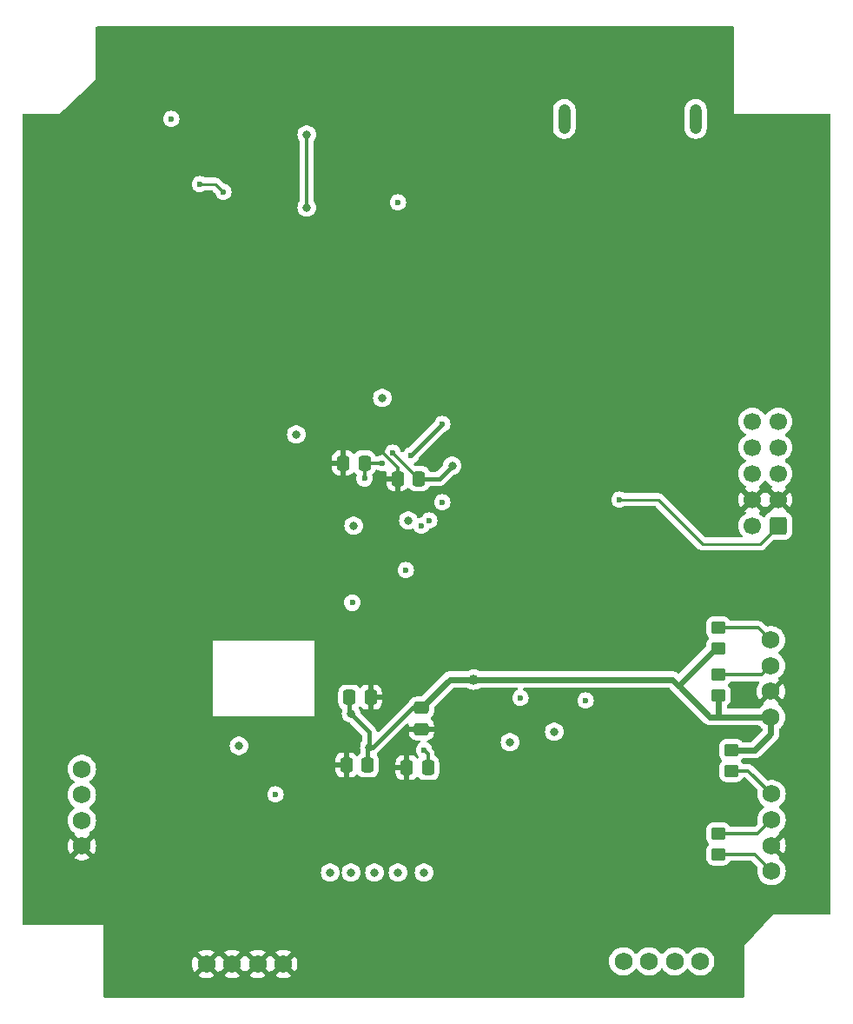
<source format=gbl>
G04 #@! TF.GenerationSoftware,KiCad,Pcbnew,8.0.5*
G04 #@! TF.CreationDate,2024-10-22T19:53:53-04:00*
G04 #@! TF.ProjectId,PCB_Schematic,5043425f-5363-4686-956d-617469632e6b,rev?*
G04 #@! TF.SameCoordinates,Original*
G04 #@! TF.FileFunction,Copper,L2,Bot*
G04 #@! TF.FilePolarity,Positive*
%FSLAX46Y46*%
G04 Gerber Fmt 4.6, Leading zero omitted, Abs format (unit mm)*
G04 Created by KiCad (PCBNEW 8.0.5) date 2024-10-22 19:53:53*
%MOMM*%
%LPD*%
G01*
G04 APERTURE LIST*
G04 Aperture macros list*
%AMRoundRect*
0 Rectangle with rounded corners*
0 $1 Rounding radius*
0 $2 $3 $4 $5 $6 $7 $8 $9 X,Y pos of 4 corners*
0 Add a 4 corners polygon primitive as box body*
4,1,4,$2,$3,$4,$5,$6,$7,$8,$9,$2,$3,0*
0 Add four circle primitives for the rounded corners*
1,1,$1+$1,$2,$3*
1,1,$1+$1,$4,$5*
1,1,$1+$1,$6,$7*
1,1,$1+$1,$8,$9*
0 Add four rect primitives between the rounded corners*
20,1,$1+$1,$2,$3,$4,$5,0*
20,1,$1+$1,$4,$5,$6,$7,0*
20,1,$1+$1,$6,$7,$8,$9,0*
20,1,$1+$1,$8,$9,$2,$3,0*%
G04 Aperture macros list end*
G04 #@! TA.AperFunction,ComponentPad*
%ADD10C,1.752600*%
G04 #@! TD*
G04 #@! TA.AperFunction,ComponentPad*
%ADD11O,1.200000X2.900000*%
G04 #@! TD*
G04 #@! TA.AperFunction,ComponentPad*
%ADD12RoundRect,0.250000X0.600000X0.600000X-0.600000X0.600000X-0.600000X-0.600000X0.600000X-0.600000X0*%
G04 #@! TD*
G04 #@! TA.AperFunction,ComponentPad*
%ADD13C,1.700000*%
G04 #@! TD*
G04 #@! TA.AperFunction,SMDPad,CuDef*
%ADD14RoundRect,0.250000X0.337500X0.475000X-0.337500X0.475000X-0.337500X-0.475000X0.337500X-0.475000X0*%
G04 #@! TD*
G04 #@! TA.AperFunction,SMDPad,CuDef*
%ADD15RoundRect,0.250000X-0.475000X0.337500X-0.475000X-0.337500X0.475000X-0.337500X0.475000X0.337500X0*%
G04 #@! TD*
G04 #@! TA.AperFunction,SMDPad,CuDef*
%ADD16RoundRect,0.250000X-0.337500X-0.475000X0.337500X-0.475000X0.337500X0.475000X-0.337500X0.475000X0*%
G04 #@! TD*
G04 #@! TA.AperFunction,SMDPad,CuDef*
%ADD17RoundRect,0.250000X-0.450000X0.350000X-0.450000X-0.350000X0.450000X-0.350000X0.450000X0.350000X0*%
G04 #@! TD*
G04 #@! TA.AperFunction,SMDPad,CuDef*
%ADD18RoundRect,0.250000X0.450000X-0.350000X0.450000X0.350000X-0.450000X0.350000X-0.450000X-0.350000X0*%
G04 #@! TD*
G04 #@! TA.AperFunction,ViaPad*
%ADD19C,0.600000*%
G04 #@! TD*
G04 #@! TA.AperFunction,ViaPad*
%ADD20C,0.800000*%
G04 #@! TD*
G04 #@! TA.AperFunction,ViaPad*
%ADD21C,5.000000*%
G04 #@! TD*
G04 #@! TA.AperFunction,ViaPad*
%ADD22C,1.000000*%
G04 #@! TD*
G04 #@! TA.AperFunction,Conductor*
%ADD23C,0.300000*%
G04 #@! TD*
G04 #@! TA.AperFunction,Conductor*
%ADD24C,0.254000*%
G04 #@! TD*
G04 #@! TA.AperFunction,Conductor*
%ADD25C,0.400000*%
G04 #@! TD*
G04 #@! TA.AperFunction,Conductor*
%ADD26C,0.600000*%
G04 #@! TD*
G04 #@! TA.AperFunction,Conductor*
%ADD27C,0.250000*%
G04 #@! TD*
G04 APERTURE END LIST*
D10*
X161067597Y-99919200D03*
X161067597Y-97419200D03*
X161067597Y-94919200D03*
X161067597Y-92419200D03*
D11*
X153720000Y-41650000D03*
X140920000Y-41650000D03*
D10*
X161133000Y-114916000D03*
X161133000Y-112416000D03*
X161133000Y-109916000D03*
X161133000Y-107416000D03*
D12*
X161798000Y-81280000D03*
D13*
X159258000Y-81280000D03*
X161798000Y-78740000D03*
X159258000Y-78740000D03*
X161798000Y-76200000D03*
X159258000Y-76200000D03*
X161798000Y-73660000D03*
X159258000Y-73660000D03*
X161798000Y-71120000D03*
X159258000Y-71120000D03*
D10*
X113538000Y-123952000D03*
X111038000Y-123952000D03*
X108538000Y-123952000D03*
X106038000Y-123952000D03*
X93901500Y-104980500D03*
X93901500Y-107480500D03*
X93901500Y-109980500D03*
X93901500Y-112480500D03*
X154178000Y-123698000D03*
X151678000Y-123698000D03*
X149178000Y-123698000D03*
X146678000Y-123698000D03*
D14*
X126746000Y-76708000D03*
X124671000Y-76708000D03*
X127648000Y-104836000D03*
X125573000Y-104836000D03*
X121763000Y-104582000D03*
X119688000Y-104582000D03*
X121455000Y-75184000D03*
X119380000Y-75184000D03*
D15*
X127000000Y-99017000D03*
X127000000Y-101092000D03*
D16*
X119985000Y-97978000D03*
X122060000Y-97978000D03*
D17*
X157226000Y-103140000D03*
X157226000Y-105140000D03*
D18*
X155956000Y-113268000D03*
X155956000Y-111268000D03*
X155956000Y-93202000D03*
X155956000Y-91202000D03*
X155956000Y-97790000D03*
X155956000Y-95790000D03*
D19*
X114046000Y-33274000D03*
X106172000Y-64770000D03*
X138176000Y-67310000D03*
X129794000Y-77216000D03*
X129032000Y-78994000D03*
X127762000Y-80772000D03*
X127000000Y-81280000D03*
D20*
X123952000Y-70104000D03*
X123190000Y-68834000D03*
X114808000Y-72390000D03*
X125730000Y-80772000D03*
X120396000Y-81280000D03*
D19*
X132080000Y-97536000D03*
D20*
X137414000Y-37846000D03*
D19*
X151892000Y-56896000D03*
X147574000Y-55626000D03*
X125222000Y-69596000D03*
D20*
X145288000Y-82296000D03*
D19*
X122936000Y-73660000D03*
X118364000Y-107696000D03*
D20*
X133604000Y-56896000D03*
D19*
X124714000Y-124460000D03*
X92964000Y-48768000D03*
D20*
X164592000Y-53848000D03*
D19*
X120396000Y-70358000D03*
D20*
X147574000Y-87884000D03*
D19*
X148590000Y-94996000D03*
D20*
X133604000Y-83566000D03*
X103886000Y-82550000D03*
X125984000Y-55118000D03*
D19*
X111760000Y-45466000D03*
X108712000Y-69088000D03*
X114300000Y-85344000D03*
X100838000Y-50800000D03*
D20*
X151892000Y-60960000D03*
X130556000Y-89154000D03*
X94742000Y-96774000D03*
X139954000Y-58166000D03*
X108458000Y-74676000D03*
D19*
X100838000Y-94742000D03*
X101854000Y-50800000D03*
X114300000Y-63500000D03*
X109037500Y-114565500D03*
X113538000Y-91440000D03*
D20*
X110744000Y-88138000D03*
X148844000Y-114808000D03*
D19*
X112522000Y-101600000D03*
D20*
X134874000Y-42926000D03*
D19*
X104648000Y-109220000D03*
D20*
X164084000Y-61468000D03*
D19*
X96266000Y-48260000D03*
D20*
X137922000Y-78740000D03*
D19*
X121666000Y-70104000D03*
D20*
X144780000Y-54356000D03*
D19*
X100838000Y-49784000D03*
D20*
X102870000Y-96774000D03*
D19*
X103124000Y-49784000D03*
D20*
X141478000Y-117602000D03*
X130302000Y-65024000D03*
D19*
X124714000Y-126492000D03*
X154178000Y-53086000D03*
X107950000Y-46736000D03*
X94488000Y-82042000D03*
X102870000Y-50800000D03*
X134820000Y-77149000D03*
D20*
X109474000Y-91694000D03*
X137414000Y-82296000D03*
X138938000Y-106680000D03*
D19*
X121666000Y-89408000D03*
X120291000Y-93726000D03*
X116078000Y-101600000D03*
D20*
X99314000Y-120396000D03*
X90932000Y-118872000D03*
D19*
X155956000Y-38354000D03*
X92964000Y-65278000D03*
D20*
X137414000Y-90678000D03*
D19*
X119380000Y-111252000D03*
X103378000Y-61722000D03*
X158750000Y-88900000D03*
D20*
X94742000Y-118364000D03*
D19*
X101854000Y-49784000D03*
D20*
X110744000Y-64262000D03*
X140970000Y-89154000D03*
D19*
X129032000Y-111506000D03*
X97028000Y-95758000D03*
D20*
X110744000Y-80264000D03*
D19*
X114935000Y-113919000D03*
X122936000Y-80772000D03*
D20*
X142240000Y-48260000D03*
D19*
X94742000Y-49530000D03*
D20*
X126746000Y-33782000D03*
D19*
X102870000Y-71628000D03*
X110236000Y-83820000D03*
X96266000Y-50038000D03*
X95504000Y-46482000D03*
X104902000Y-35052000D03*
D20*
X114300000Y-116332000D03*
D19*
X125984000Y-118364000D03*
D20*
X115316000Y-81534000D03*
D19*
X106172000Y-69596000D03*
X92710000Y-46736000D03*
X124968000Y-121412000D03*
D21*
X120904000Y-121412000D03*
D20*
X140208000Y-122428000D03*
X148590000Y-109474000D03*
X109220000Y-36830000D03*
D19*
X125984000Y-109474000D03*
X129032000Y-71374000D03*
X125984000Y-74422000D03*
X102616000Y-41656000D03*
D20*
X120142000Y-99568000D03*
D22*
X132080000Y-96266000D03*
D20*
X121920000Y-102870000D03*
D19*
X124714000Y-49784000D03*
X127254000Y-103124000D03*
X146304000Y-78740000D03*
X107696000Y-48768000D03*
X105410000Y-48006000D03*
X121455000Y-76665000D03*
X123190000Y-75184000D03*
X120269000Y-88773000D03*
X125476000Y-85598000D03*
D20*
X115824000Y-43180000D03*
X115824000Y-50292000D03*
X109220000Y-102713456D03*
X135636000Y-102362000D03*
D19*
X143002000Y-98298000D03*
D20*
X139954000Y-101346000D03*
D19*
X136652000Y-98044000D03*
X112776000Y-107442000D03*
D20*
X122428000Y-115062000D03*
X118110000Y-115062000D03*
X127254000Y-115062000D03*
X124714000Y-115062000D03*
X120142000Y-115062000D03*
D19*
X124206000Y-74168000D03*
D20*
X130005000Y-75438000D03*
D23*
X115824000Y-50292000D02*
X115824000Y-43180000D01*
X124714000Y-75595239D02*
X122936000Y-73817239D01*
X124714000Y-76708000D02*
X124714000Y-75595239D01*
D24*
X103378000Y-61722000D02*
X105664000Y-61722000D01*
D23*
X124671000Y-76708000D02*
X124714000Y-76708000D01*
X122936000Y-73817239D02*
X122936000Y-73660000D01*
D25*
X129032000Y-71374000D02*
X125984000Y-74422000D01*
D26*
X129751000Y-96266000D02*
X127000000Y-99017000D01*
D27*
X127648000Y-104836000D02*
X127574000Y-104836000D01*
D25*
X121920000Y-102870000D02*
X121920000Y-101346000D01*
D27*
X121763000Y-104582000D02*
X121732000Y-104582000D01*
D23*
X155956000Y-93202000D02*
X155718000Y-93202000D01*
D24*
X122274445Y-102870000D02*
X121920000Y-102870000D01*
D26*
X157226000Y-103140000D02*
X159496000Y-103140000D01*
D23*
X121763000Y-103027000D02*
X121920000Y-102870000D01*
D27*
X121732000Y-104582000D02*
X121666000Y-104648000D01*
D25*
X126127445Y-99017000D02*
X122274445Y-102870000D01*
D26*
X161067597Y-101568403D02*
X161067597Y-99919200D01*
D23*
X127648000Y-104836000D02*
X127648000Y-103518000D01*
D26*
X132080000Y-96266000D02*
X151484445Y-96266000D01*
D25*
X119985000Y-97978000D02*
X119985000Y-99411000D01*
D26*
X155956000Y-97790000D02*
X155956000Y-99919200D01*
D23*
X159485000Y-113268000D02*
X161133000Y-114916000D01*
D26*
X155718000Y-93202000D02*
X152069223Y-96850777D01*
D23*
X152196223Y-96977777D02*
X152069223Y-96850777D01*
D25*
X121920000Y-101346000D02*
X120142000Y-99568000D01*
X121763000Y-104582000D02*
X121763000Y-103027000D01*
D27*
X127574000Y-104836000D02*
X127508000Y-104902000D01*
D25*
X127000000Y-99017000D02*
X126127445Y-99017000D01*
D23*
X127648000Y-103518000D02*
X127254000Y-103124000D01*
D26*
X155956000Y-99919200D02*
X155137645Y-99919200D01*
X157226000Y-99919200D02*
X155956000Y-99919200D01*
D23*
X155956000Y-113268000D02*
X159485000Y-113268000D01*
D27*
X119985000Y-99411000D02*
X120142000Y-99568000D01*
D26*
X155137645Y-99919200D02*
X152196223Y-96977777D01*
X151484445Y-96266000D02*
X152069223Y-96850777D01*
X159496000Y-103140000D02*
X161067597Y-101568403D01*
X161067597Y-99919200D02*
X157226000Y-99919200D01*
X132080000Y-96266000D02*
X129751000Y-96266000D01*
D24*
X160020000Y-83058000D02*
X162052000Y-81026000D01*
X150114000Y-78740000D02*
X154432000Y-83058000D01*
X154432000Y-83058000D02*
X160020000Y-83058000D01*
X146304000Y-78740000D02*
X150114000Y-78740000D01*
X106934000Y-48006000D02*
X105410000Y-48006000D01*
X107696000Y-48768000D02*
X106934000Y-48006000D01*
D23*
X121455000Y-75184000D02*
X121455000Y-76665000D01*
X121412000Y-76708000D02*
X121455000Y-76665000D01*
X121455000Y-75184000D02*
X123190000Y-75184000D01*
X157226000Y-105140000D02*
X158857000Y-105140000D01*
X158857000Y-105140000D02*
X161133000Y-107416000D01*
X155956000Y-111268000D02*
X159781000Y-111268000D01*
X159781000Y-111268000D02*
X161133000Y-109916000D01*
X155956000Y-91202000D02*
X159850397Y-91202000D01*
X159850397Y-91202000D02*
X161067597Y-92419200D01*
X160196797Y-95790000D02*
X161067597Y-94919200D01*
X155956000Y-95790000D02*
X160196797Y-95790000D01*
X126746000Y-76708000D02*
X124206000Y-74168000D01*
D25*
X126746000Y-76708000D02*
X128735000Y-76708000D01*
X128735000Y-76708000D02*
X130005000Y-75438000D01*
G04 #@! TA.AperFunction,Conductor*
G36*
X159900923Y-96460185D02*
G01*
X159946678Y-96512989D01*
X159956622Y-96582147D01*
X159937693Y-96632322D01*
X159853027Y-96761912D01*
X159761406Y-96970784D01*
X159705414Y-97191895D01*
X159686580Y-97419194D01*
X159686580Y-97419205D01*
X159705414Y-97646504D01*
X159761406Y-97867615D01*
X159853028Y-98076490D01*
X159933531Y-98199710D01*
X160487755Y-97645486D01*
X160516122Y-97713970D01*
X160584225Y-97815893D01*
X160670904Y-97902572D01*
X160772827Y-97970675D01*
X160841308Y-97999040D01*
X160285685Y-98554662D01*
X160285686Y-98554663D01*
X160306714Y-98571031D01*
X160347526Y-98627742D01*
X160351199Y-98697515D01*
X160316567Y-98758198D01*
X160306712Y-98766736D01*
X160131927Y-98902775D01*
X160131916Y-98902786D01*
X159977386Y-99070649D01*
X159977225Y-99070857D01*
X159977137Y-99070919D01*
X159973910Y-99074426D01*
X159973188Y-99073762D01*
X159920517Y-99111673D01*
X159879368Y-99118700D01*
X156880500Y-99118700D01*
X156813461Y-99099015D01*
X156767706Y-99046211D01*
X156756500Y-98994700D01*
X156756500Y-98874797D01*
X156776185Y-98807758D01*
X156815403Y-98769258D01*
X156874656Y-98732712D01*
X156998712Y-98608656D01*
X157090814Y-98459334D01*
X157145999Y-98292797D01*
X157156500Y-98190009D01*
X157156499Y-97389992D01*
X157149166Y-97318211D01*
X157145999Y-97287203D01*
X157145998Y-97287200D01*
X157140743Y-97271341D01*
X157090814Y-97120666D01*
X156998712Y-96971344D01*
X156905049Y-96877681D01*
X156871564Y-96816358D01*
X156876548Y-96746666D01*
X156905049Y-96702319D01*
X156998712Y-96608656D01*
X157066099Y-96499402D01*
X157118047Y-96452679D01*
X157171638Y-96440500D01*
X159833884Y-96440500D01*
X159900923Y-96460185D01*
G37*
G04 #@! TD.AperFunction*
G04 #@! TA.AperFunction,Conductor*
G36*
X161332075Y-78932993D02*
G01*
X161397901Y-79047007D01*
X161490993Y-79140099D01*
X161605007Y-79205925D01*
X161668590Y-79222962D01*
X161032208Y-79859342D01*
X161021788Y-79911193D01*
X160973172Y-79961376D01*
X160951032Y-79971205D01*
X160878674Y-79995182D01*
X160878663Y-79995187D01*
X160729342Y-80087289D01*
X160605289Y-80211342D01*
X160513187Y-80360663D01*
X160513183Y-80360673D01*
X160510335Y-80369268D01*
X160470560Y-80426711D01*
X160406044Y-80453531D01*
X160337268Y-80441214D01*
X160300517Y-80412233D01*
X160300324Y-80412427D01*
X160298682Y-80410785D01*
X160297642Y-80409965D01*
X160296494Y-80408597D01*
X160129402Y-80241506D01*
X160129401Y-80241505D01*
X159943405Y-80111269D01*
X159899781Y-80056692D01*
X159892588Y-79987193D01*
X159924110Y-79924839D01*
X159943405Y-79908119D01*
X160019373Y-79854925D01*
X159387409Y-79222962D01*
X159450993Y-79205925D01*
X159565007Y-79140099D01*
X159658099Y-79047007D01*
X159723925Y-78932993D01*
X159740962Y-78869410D01*
X160372925Y-79501373D01*
X160426425Y-79424968D01*
X160481002Y-79381344D01*
X160550501Y-79374151D01*
X160612855Y-79405673D01*
X160629576Y-79424969D01*
X160683073Y-79501372D01*
X161315037Y-78869409D01*
X161332075Y-78932993D01*
G37*
G04 #@! TD.AperFunction*
G04 #@! TA.AperFunction,Conductor*
G36*
X160612855Y-76866546D02*
G01*
X160629575Y-76885842D01*
X160759500Y-77071395D01*
X160759505Y-77071401D01*
X160926599Y-77238495D01*
X161065418Y-77335697D01*
X161112594Y-77368730D01*
X161156218Y-77423307D01*
X161163411Y-77492806D01*
X161131889Y-77555160D01*
X161112593Y-77571880D01*
X161036626Y-77625072D01*
X161036625Y-77625072D01*
X161668590Y-78257037D01*
X161605007Y-78274075D01*
X161490993Y-78339901D01*
X161397901Y-78432993D01*
X161332075Y-78547007D01*
X161315037Y-78610590D01*
X160683072Y-77978625D01*
X160683072Y-77978626D01*
X160629574Y-78055030D01*
X160574998Y-78098655D01*
X160505499Y-78105849D01*
X160443144Y-78074326D01*
X160426424Y-78055030D01*
X160372925Y-77978626D01*
X160372925Y-77978625D01*
X159740962Y-78610589D01*
X159723925Y-78547007D01*
X159658099Y-78432993D01*
X159565007Y-78339901D01*
X159450993Y-78274075D01*
X159387410Y-78257037D01*
X160019373Y-77625073D01*
X160019373Y-77625072D01*
X159943405Y-77571880D01*
X159899780Y-77517304D01*
X159892586Y-77447805D01*
X159924108Y-77385451D01*
X159943399Y-77368734D01*
X160129401Y-77238495D01*
X160296495Y-77071401D01*
X160426425Y-76885842D01*
X160481002Y-76842217D01*
X160550500Y-76835023D01*
X160612855Y-76866546D01*
G37*
G04 #@! TD.AperFunction*
G04 #@! TA.AperFunction,Conductor*
G36*
X157423039Y-32670185D02*
G01*
X157468794Y-32722989D01*
X157480000Y-32774500D01*
X157480000Y-41148000D01*
X166784500Y-41148000D01*
X166851539Y-41167685D01*
X166897294Y-41220489D01*
X166908500Y-41272000D01*
X166908500Y-119002000D01*
X166888815Y-119069039D01*
X166836011Y-119114794D01*
X166784500Y-119126000D01*
X161289999Y-119126000D01*
X158496000Y-122173999D01*
X158496000Y-127113500D01*
X158476315Y-127180539D01*
X158423511Y-127226294D01*
X158372000Y-127237500D01*
X96136000Y-127237500D01*
X96068961Y-127217815D01*
X96023206Y-127165011D01*
X96012000Y-127113500D01*
X96012000Y-123951994D01*
X104656983Y-123951994D01*
X104656983Y-123952005D01*
X104675817Y-124179304D01*
X104731809Y-124400415D01*
X104823431Y-124609290D01*
X104903934Y-124732510D01*
X105458158Y-124178287D01*
X105486525Y-124246770D01*
X105554628Y-124348693D01*
X105641307Y-124435372D01*
X105743230Y-124503475D01*
X105811711Y-124531840D01*
X105256088Y-125087462D01*
X105256089Y-125087463D01*
X105282651Y-125108137D01*
X105282652Y-125108139D01*
X105483250Y-125216698D01*
X105483255Y-125216700D01*
X105698976Y-125290757D01*
X105923958Y-125328300D01*
X106152042Y-125328300D01*
X106377023Y-125290757D01*
X106592744Y-125216700D01*
X106592749Y-125216698D01*
X106793346Y-125108139D01*
X106793349Y-125108137D01*
X106819910Y-125087463D01*
X106264287Y-124531840D01*
X106332770Y-124503475D01*
X106434693Y-124435372D01*
X106521372Y-124348693D01*
X106589475Y-124246770D01*
X106617840Y-124178288D01*
X107172063Y-124732511D01*
X107184190Y-124713950D01*
X107237336Y-124668593D01*
X107306567Y-124659169D01*
X107369903Y-124688670D01*
X107391807Y-124713949D01*
X107403934Y-124732511D01*
X107958158Y-124178287D01*
X107986525Y-124246770D01*
X108054628Y-124348693D01*
X108141307Y-124435372D01*
X108243230Y-124503475D01*
X108311711Y-124531840D01*
X107756088Y-125087462D01*
X107756089Y-125087463D01*
X107782651Y-125108137D01*
X107782652Y-125108139D01*
X107983250Y-125216698D01*
X107983255Y-125216700D01*
X108198976Y-125290757D01*
X108423958Y-125328300D01*
X108652042Y-125328300D01*
X108877023Y-125290757D01*
X109092744Y-125216700D01*
X109092749Y-125216698D01*
X109293346Y-125108139D01*
X109293349Y-125108137D01*
X109319910Y-125087463D01*
X108764287Y-124531840D01*
X108832770Y-124503475D01*
X108934693Y-124435372D01*
X109021372Y-124348693D01*
X109089475Y-124246770D01*
X109117840Y-124178288D01*
X109672063Y-124732511D01*
X109684190Y-124713950D01*
X109737336Y-124668593D01*
X109806567Y-124659169D01*
X109869903Y-124688670D01*
X109891807Y-124713949D01*
X109903934Y-124732511D01*
X110458158Y-124178287D01*
X110486525Y-124246770D01*
X110554628Y-124348693D01*
X110641307Y-124435372D01*
X110743230Y-124503475D01*
X110811711Y-124531840D01*
X110256088Y-125087462D01*
X110256089Y-125087463D01*
X110282651Y-125108137D01*
X110282652Y-125108139D01*
X110483250Y-125216698D01*
X110483255Y-125216700D01*
X110698976Y-125290757D01*
X110923958Y-125328300D01*
X111152042Y-125328300D01*
X111377023Y-125290757D01*
X111592744Y-125216700D01*
X111592749Y-125216698D01*
X111793346Y-125108139D01*
X111793349Y-125108137D01*
X111819910Y-125087463D01*
X111264287Y-124531840D01*
X111332770Y-124503475D01*
X111434693Y-124435372D01*
X111521372Y-124348693D01*
X111589475Y-124246770D01*
X111617840Y-124178288D01*
X112172063Y-124732511D01*
X112184190Y-124713950D01*
X112237336Y-124668593D01*
X112306567Y-124659169D01*
X112369903Y-124688670D01*
X112391807Y-124713949D01*
X112403934Y-124732511D01*
X112958158Y-124178287D01*
X112986525Y-124246770D01*
X113054628Y-124348693D01*
X113141307Y-124435372D01*
X113243230Y-124503475D01*
X113311711Y-124531840D01*
X112756088Y-125087462D01*
X112756089Y-125087463D01*
X112782651Y-125108137D01*
X112782652Y-125108139D01*
X112983250Y-125216698D01*
X112983255Y-125216700D01*
X113198976Y-125290757D01*
X113423958Y-125328300D01*
X113652042Y-125328300D01*
X113877023Y-125290757D01*
X114092744Y-125216700D01*
X114092749Y-125216698D01*
X114293346Y-125108139D01*
X114293349Y-125108137D01*
X114319910Y-125087463D01*
X113764287Y-124531840D01*
X113832770Y-124503475D01*
X113934693Y-124435372D01*
X114021372Y-124348693D01*
X114089475Y-124246770D01*
X114117840Y-124178288D01*
X114672063Y-124732511D01*
X114752569Y-124609287D01*
X114844190Y-124400415D01*
X114900182Y-124179304D01*
X114919017Y-123952005D01*
X114919017Y-123951994D01*
X114900182Y-123724695D01*
X114893420Y-123697994D01*
X145296481Y-123697994D01*
X145296481Y-123698005D01*
X145315321Y-123925383D01*
X145315323Y-123925391D01*
X145371335Y-124146577D01*
X145462989Y-124355529D01*
X145587787Y-124546548D01*
X145718621Y-124688670D01*
X145742323Y-124714417D01*
X145922381Y-124854561D01*
X146123050Y-124963158D01*
X146338857Y-125037245D01*
X146563915Y-125074800D01*
X146792085Y-125074800D01*
X147017143Y-125037245D01*
X147232950Y-124963158D01*
X147433619Y-124854561D01*
X147613677Y-124714417D01*
X147768213Y-124546547D01*
X147824191Y-124460866D01*
X147877337Y-124415509D01*
X147946568Y-124406085D01*
X148009904Y-124435587D01*
X148031809Y-124460866D01*
X148087787Y-124546548D01*
X148218621Y-124688670D01*
X148242323Y-124714417D01*
X148422381Y-124854561D01*
X148623050Y-124963158D01*
X148838857Y-125037245D01*
X149063915Y-125074800D01*
X149292085Y-125074800D01*
X149517143Y-125037245D01*
X149732950Y-124963158D01*
X149933619Y-124854561D01*
X150113677Y-124714417D01*
X150268213Y-124546547D01*
X150324191Y-124460866D01*
X150377337Y-124415509D01*
X150446568Y-124406085D01*
X150509904Y-124435587D01*
X150531809Y-124460866D01*
X150587787Y-124546548D01*
X150718621Y-124688670D01*
X150742323Y-124714417D01*
X150922381Y-124854561D01*
X151123050Y-124963158D01*
X151338857Y-125037245D01*
X151563915Y-125074800D01*
X151792085Y-125074800D01*
X152017143Y-125037245D01*
X152232950Y-124963158D01*
X152433619Y-124854561D01*
X152613677Y-124714417D01*
X152768213Y-124546547D01*
X152824191Y-124460866D01*
X152877337Y-124415509D01*
X152946568Y-124406085D01*
X153009904Y-124435587D01*
X153031809Y-124460866D01*
X153087787Y-124546548D01*
X153218621Y-124688670D01*
X153242323Y-124714417D01*
X153422381Y-124854561D01*
X153623050Y-124963158D01*
X153838857Y-125037245D01*
X154063915Y-125074800D01*
X154292085Y-125074800D01*
X154517143Y-125037245D01*
X154732950Y-124963158D01*
X154933619Y-124854561D01*
X155113677Y-124714417D01*
X155268213Y-124546547D01*
X155393010Y-124355530D01*
X155484664Y-124146578D01*
X155540677Y-123925391D01*
X155559519Y-123698000D01*
X155547695Y-123555307D01*
X155540678Y-123470616D01*
X155540677Y-123470613D01*
X155540677Y-123470609D01*
X155484664Y-123249422D01*
X155393010Y-123040470D01*
X155268213Y-122849453D01*
X155268212Y-122849451D01*
X155113680Y-122681586D01*
X155113676Y-122681582D01*
X154933620Y-122541440D01*
X154933619Y-122541439D01*
X154732950Y-122432842D01*
X154732942Y-122432839D01*
X154517145Y-122358755D01*
X154292085Y-122321200D01*
X154063915Y-122321200D01*
X153838854Y-122358755D01*
X153623057Y-122432839D01*
X153623049Y-122432842D01*
X153422379Y-122541440D01*
X153242323Y-122681582D01*
X153242319Y-122681586D01*
X153087789Y-122849449D01*
X153031809Y-122935134D01*
X152978662Y-122980490D01*
X152909431Y-122989914D01*
X152846095Y-122960412D01*
X152824191Y-122935134D01*
X152768210Y-122849449D01*
X152613680Y-122681586D01*
X152613676Y-122681582D01*
X152433620Y-122541440D01*
X152433619Y-122541439D01*
X152232950Y-122432842D01*
X152232942Y-122432839D01*
X152017145Y-122358755D01*
X151792085Y-122321200D01*
X151563915Y-122321200D01*
X151338854Y-122358755D01*
X151123057Y-122432839D01*
X151123049Y-122432842D01*
X150922379Y-122541440D01*
X150742323Y-122681582D01*
X150742319Y-122681586D01*
X150587789Y-122849449D01*
X150531809Y-122935134D01*
X150478662Y-122980490D01*
X150409431Y-122989914D01*
X150346095Y-122960412D01*
X150324191Y-122935134D01*
X150268210Y-122849449D01*
X150113680Y-122681586D01*
X150113676Y-122681582D01*
X149933620Y-122541440D01*
X149933619Y-122541439D01*
X149732950Y-122432842D01*
X149732942Y-122432839D01*
X149517145Y-122358755D01*
X149292085Y-122321200D01*
X149063915Y-122321200D01*
X148838854Y-122358755D01*
X148623057Y-122432839D01*
X148623049Y-122432842D01*
X148422379Y-122541440D01*
X148242323Y-122681582D01*
X148242319Y-122681586D01*
X148087789Y-122849449D01*
X148031809Y-122935134D01*
X147978662Y-122980490D01*
X147909431Y-122989914D01*
X147846095Y-122960412D01*
X147824191Y-122935134D01*
X147768210Y-122849449D01*
X147613680Y-122681586D01*
X147613676Y-122681582D01*
X147433620Y-122541440D01*
X147433619Y-122541439D01*
X147232950Y-122432842D01*
X147232942Y-122432839D01*
X147017145Y-122358755D01*
X146792085Y-122321200D01*
X146563915Y-122321200D01*
X146338854Y-122358755D01*
X146123057Y-122432839D01*
X146123049Y-122432842D01*
X145922379Y-122541440D01*
X145742323Y-122681582D01*
X145742319Y-122681586D01*
X145587787Y-122849451D01*
X145462989Y-123040470D01*
X145371335Y-123249422D01*
X145315323Y-123470608D01*
X145315321Y-123470616D01*
X145296481Y-123697994D01*
X114893420Y-123697994D01*
X114844190Y-123503584D01*
X114752568Y-123294709D01*
X114672063Y-123171487D01*
X114117840Y-123725710D01*
X114089475Y-123657230D01*
X114021372Y-123555307D01*
X113934693Y-123468628D01*
X113832770Y-123400525D01*
X113764288Y-123372159D01*
X114319910Y-122816537D01*
X114319909Y-122816535D01*
X114293349Y-122795862D01*
X114293348Y-122795861D01*
X114092749Y-122687301D01*
X114092744Y-122687299D01*
X113877023Y-122613242D01*
X113652042Y-122575700D01*
X113423958Y-122575700D01*
X113198976Y-122613242D01*
X112983255Y-122687299D01*
X112983250Y-122687301D01*
X112782652Y-122795860D01*
X112782646Y-122795864D01*
X112756089Y-122816534D01*
X112756089Y-122816536D01*
X113311712Y-123372159D01*
X113243230Y-123400525D01*
X113141307Y-123468628D01*
X113054628Y-123555307D01*
X112986525Y-123657230D01*
X112958159Y-123725712D01*
X112403934Y-123171487D01*
X112391807Y-123190050D01*
X112338661Y-123235406D01*
X112269430Y-123244830D01*
X112206094Y-123215328D01*
X112184190Y-123190049D01*
X112172063Y-123171487D01*
X111617840Y-123725710D01*
X111589475Y-123657230D01*
X111521372Y-123555307D01*
X111434693Y-123468628D01*
X111332770Y-123400525D01*
X111264288Y-123372159D01*
X111819910Y-122816537D01*
X111819909Y-122816535D01*
X111793349Y-122795862D01*
X111793348Y-122795861D01*
X111592749Y-122687301D01*
X111592744Y-122687299D01*
X111377023Y-122613242D01*
X111152042Y-122575700D01*
X110923958Y-122575700D01*
X110698976Y-122613242D01*
X110483255Y-122687299D01*
X110483250Y-122687301D01*
X110282652Y-122795860D01*
X110282646Y-122795864D01*
X110256089Y-122816534D01*
X110256089Y-122816536D01*
X110811712Y-123372159D01*
X110743230Y-123400525D01*
X110641307Y-123468628D01*
X110554628Y-123555307D01*
X110486525Y-123657230D01*
X110458159Y-123725712D01*
X109903934Y-123171487D01*
X109891807Y-123190050D01*
X109838661Y-123235406D01*
X109769430Y-123244830D01*
X109706094Y-123215328D01*
X109684190Y-123190049D01*
X109672063Y-123171487D01*
X109117840Y-123725710D01*
X109089475Y-123657230D01*
X109021372Y-123555307D01*
X108934693Y-123468628D01*
X108832770Y-123400525D01*
X108764288Y-123372159D01*
X109319910Y-122816537D01*
X109319909Y-122816535D01*
X109293349Y-122795862D01*
X109293348Y-122795861D01*
X109092749Y-122687301D01*
X109092744Y-122687299D01*
X108877023Y-122613242D01*
X108652042Y-122575700D01*
X108423958Y-122575700D01*
X108198976Y-122613242D01*
X107983255Y-122687299D01*
X107983250Y-122687301D01*
X107782652Y-122795860D01*
X107782646Y-122795864D01*
X107756089Y-122816534D01*
X107756089Y-122816536D01*
X108311712Y-123372159D01*
X108243230Y-123400525D01*
X108141307Y-123468628D01*
X108054628Y-123555307D01*
X107986525Y-123657230D01*
X107958159Y-123725712D01*
X107403934Y-123171487D01*
X107391807Y-123190050D01*
X107338661Y-123235406D01*
X107269430Y-123244830D01*
X107206094Y-123215328D01*
X107184190Y-123190049D01*
X107172063Y-123171487D01*
X106617840Y-123725710D01*
X106589475Y-123657230D01*
X106521372Y-123555307D01*
X106434693Y-123468628D01*
X106332770Y-123400525D01*
X106264288Y-123372159D01*
X106819910Y-122816537D01*
X106819909Y-122816535D01*
X106793349Y-122795862D01*
X106793348Y-122795861D01*
X106592749Y-122687301D01*
X106592744Y-122687299D01*
X106377023Y-122613242D01*
X106152042Y-122575700D01*
X105923958Y-122575700D01*
X105698976Y-122613242D01*
X105483255Y-122687299D01*
X105483250Y-122687301D01*
X105282652Y-122795860D01*
X105282646Y-122795864D01*
X105256089Y-122816534D01*
X105256089Y-122816536D01*
X105811712Y-123372159D01*
X105743230Y-123400525D01*
X105641307Y-123468628D01*
X105554628Y-123555307D01*
X105486525Y-123657230D01*
X105458159Y-123725712D01*
X104903935Y-123171488D01*
X104823431Y-123294710D01*
X104823429Y-123294714D01*
X104731809Y-123503584D01*
X104675817Y-123724695D01*
X104656983Y-123951994D01*
X96012000Y-123951994D01*
X96012000Y-120142000D01*
X88231500Y-120142000D01*
X88164461Y-120122315D01*
X88118706Y-120069511D01*
X88107500Y-120018000D01*
X88107500Y-115062000D01*
X117204540Y-115062000D01*
X117224326Y-115250256D01*
X117224327Y-115250259D01*
X117282818Y-115430277D01*
X117282821Y-115430284D01*
X117377467Y-115594216D01*
X117504129Y-115734888D01*
X117657265Y-115846148D01*
X117657270Y-115846151D01*
X117830192Y-115923142D01*
X117830197Y-115923144D01*
X118015354Y-115962500D01*
X118015355Y-115962500D01*
X118204644Y-115962500D01*
X118204646Y-115962500D01*
X118389803Y-115923144D01*
X118562730Y-115846151D01*
X118715871Y-115734888D01*
X118842533Y-115594216D01*
X118937179Y-115430284D01*
X118995674Y-115250256D01*
X119002679Y-115183597D01*
X119029263Y-115118985D01*
X119086561Y-115079000D01*
X119156380Y-115076340D01*
X119216553Y-115111849D01*
X119247977Y-115174254D01*
X119249318Y-115183583D01*
X119256326Y-115250256D01*
X119256327Y-115250259D01*
X119314818Y-115430277D01*
X119314821Y-115430284D01*
X119409467Y-115594216D01*
X119536129Y-115734888D01*
X119689265Y-115846148D01*
X119689270Y-115846151D01*
X119862192Y-115923142D01*
X119862197Y-115923144D01*
X120047354Y-115962500D01*
X120047355Y-115962500D01*
X120236644Y-115962500D01*
X120236646Y-115962500D01*
X120421803Y-115923144D01*
X120594730Y-115846151D01*
X120747871Y-115734888D01*
X120874533Y-115594216D01*
X120969179Y-115430284D01*
X121027674Y-115250256D01*
X121047460Y-115062000D01*
X121522540Y-115062000D01*
X121542326Y-115250256D01*
X121542327Y-115250259D01*
X121600818Y-115430277D01*
X121600821Y-115430284D01*
X121695467Y-115594216D01*
X121822129Y-115734888D01*
X121975265Y-115846148D01*
X121975270Y-115846151D01*
X122148192Y-115923142D01*
X122148197Y-115923144D01*
X122333354Y-115962500D01*
X122333355Y-115962500D01*
X122522644Y-115962500D01*
X122522646Y-115962500D01*
X122707803Y-115923144D01*
X122880730Y-115846151D01*
X123033871Y-115734888D01*
X123160533Y-115594216D01*
X123255179Y-115430284D01*
X123313674Y-115250256D01*
X123333460Y-115062000D01*
X123808540Y-115062000D01*
X123828326Y-115250256D01*
X123828327Y-115250259D01*
X123886818Y-115430277D01*
X123886821Y-115430284D01*
X123981467Y-115594216D01*
X124108129Y-115734888D01*
X124261265Y-115846148D01*
X124261270Y-115846151D01*
X124434192Y-115923142D01*
X124434197Y-115923144D01*
X124619354Y-115962500D01*
X124619355Y-115962500D01*
X124808644Y-115962500D01*
X124808646Y-115962500D01*
X124993803Y-115923144D01*
X125166730Y-115846151D01*
X125319871Y-115734888D01*
X125446533Y-115594216D01*
X125541179Y-115430284D01*
X125599674Y-115250256D01*
X125619460Y-115062000D01*
X126348540Y-115062000D01*
X126368326Y-115250256D01*
X126368327Y-115250259D01*
X126426818Y-115430277D01*
X126426821Y-115430284D01*
X126521467Y-115594216D01*
X126648129Y-115734888D01*
X126801265Y-115846148D01*
X126801270Y-115846151D01*
X126974192Y-115923142D01*
X126974197Y-115923144D01*
X127159354Y-115962500D01*
X127159355Y-115962500D01*
X127348644Y-115962500D01*
X127348646Y-115962500D01*
X127533803Y-115923144D01*
X127706730Y-115846151D01*
X127859871Y-115734888D01*
X127986533Y-115594216D01*
X128081179Y-115430284D01*
X128139674Y-115250256D01*
X128159460Y-115062000D01*
X128139674Y-114873744D01*
X128081179Y-114693716D01*
X127986533Y-114529784D01*
X127859871Y-114389112D01*
X127831500Y-114368499D01*
X127706734Y-114277851D01*
X127706729Y-114277848D01*
X127533807Y-114200857D01*
X127533802Y-114200855D01*
X127388001Y-114169865D01*
X127348646Y-114161500D01*
X127159354Y-114161500D01*
X127126897Y-114168398D01*
X126974197Y-114200855D01*
X126974192Y-114200857D01*
X126801270Y-114277848D01*
X126801265Y-114277851D01*
X126648129Y-114389111D01*
X126521466Y-114529785D01*
X126426821Y-114693715D01*
X126426818Y-114693722D01*
X126368327Y-114873740D01*
X126368326Y-114873744D01*
X126348540Y-115062000D01*
X125619460Y-115062000D01*
X125599674Y-114873744D01*
X125541179Y-114693716D01*
X125446533Y-114529784D01*
X125319871Y-114389112D01*
X125291500Y-114368499D01*
X125166734Y-114277851D01*
X125166729Y-114277848D01*
X124993807Y-114200857D01*
X124993802Y-114200855D01*
X124848001Y-114169865D01*
X124808646Y-114161500D01*
X124619354Y-114161500D01*
X124586897Y-114168398D01*
X124434197Y-114200855D01*
X124434192Y-114200857D01*
X124261270Y-114277848D01*
X124261265Y-114277851D01*
X124108129Y-114389111D01*
X123981466Y-114529785D01*
X123886821Y-114693715D01*
X123886818Y-114693722D01*
X123828327Y-114873740D01*
X123828326Y-114873744D01*
X123808540Y-115062000D01*
X123333460Y-115062000D01*
X123313674Y-114873744D01*
X123255179Y-114693716D01*
X123160533Y-114529784D01*
X123033871Y-114389112D01*
X123005500Y-114368499D01*
X122880734Y-114277851D01*
X122880729Y-114277848D01*
X122707807Y-114200857D01*
X122707802Y-114200855D01*
X122562001Y-114169865D01*
X122522646Y-114161500D01*
X122333354Y-114161500D01*
X122300897Y-114168398D01*
X122148197Y-114200855D01*
X122148192Y-114200857D01*
X121975270Y-114277848D01*
X121975265Y-114277851D01*
X121822129Y-114389111D01*
X121695466Y-114529785D01*
X121600821Y-114693715D01*
X121600818Y-114693722D01*
X121542327Y-114873740D01*
X121542326Y-114873744D01*
X121522540Y-115062000D01*
X121047460Y-115062000D01*
X121027674Y-114873744D01*
X120969179Y-114693716D01*
X120874533Y-114529784D01*
X120747871Y-114389112D01*
X120719500Y-114368499D01*
X120594734Y-114277851D01*
X120594729Y-114277848D01*
X120421807Y-114200857D01*
X120421802Y-114200855D01*
X120276001Y-114169865D01*
X120236646Y-114161500D01*
X120047354Y-114161500D01*
X120014897Y-114168398D01*
X119862197Y-114200855D01*
X119862192Y-114200857D01*
X119689270Y-114277848D01*
X119689265Y-114277851D01*
X119536129Y-114389111D01*
X119409466Y-114529785D01*
X119314821Y-114693715D01*
X119314818Y-114693722D01*
X119256327Y-114873740D01*
X119256326Y-114873744D01*
X119249320Y-114940402D01*
X119222736Y-115005014D01*
X119165439Y-115044999D01*
X119095620Y-115047659D01*
X119035446Y-115012150D01*
X119004023Y-114949745D01*
X119002681Y-114940416D01*
X118995674Y-114873744D01*
X118937179Y-114693716D01*
X118842533Y-114529784D01*
X118715871Y-114389112D01*
X118687500Y-114368499D01*
X118562734Y-114277851D01*
X118562729Y-114277848D01*
X118389807Y-114200857D01*
X118389802Y-114200855D01*
X118244001Y-114169865D01*
X118204646Y-114161500D01*
X118015354Y-114161500D01*
X117982897Y-114168398D01*
X117830197Y-114200855D01*
X117830192Y-114200857D01*
X117657270Y-114277848D01*
X117657265Y-114277851D01*
X117504129Y-114389111D01*
X117377466Y-114529785D01*
X117282821Y-114693715D01*
X117282818Y-114693722D01*
X117224327Y-114873740D01*
X117224326Y-114873744D01*
X117204540Y-115062000D01*
X88107500Y-115062000D01*
X88107500Y-104980494D01*
X92519981Y-104980494D01*
X92519981Y-104980505D01*
X92538821Y-105207883D01*
X92538823Y-105207891D01*
X92594835Y-105429077D01*
X92686489Y-105638029D01*
X92811287Y-105829048D01*
X92965819Y-105996913D01*
X92965830Y-105996924D01*
X93140208Y-106132647D01*
X93181021Y-106189357D01*
X93184696Y-106259130D01*
X93150064Y-106319813D01*
X93140208Y-106328353D01*
X92965830Y-106464075D01*
X92965819Y-106464086D01*
X92811287Y-106631951D01*
X92686489Y-106822970D01*
X92594835Y-107031922D01*
X92538823Y-107253108D01*
X92538821Y-107253116D01*
X92519981Y-107480494D01*
X92519981Y-107480505D01*
X92538821Y-107707883D01*
X92538823Y-107707891D01*
X92594835Y-107929077D01*
X92686489Y-108138029D01*
X92811287Y-108329048D01*
X92965819Y-108496913D01*
X92965830Y-108496924D01*
X93140208Y-108632647D01*
X93181021Y-108689357D01*
X93184696Y-108759130D01*
X93150064Y-108819813D01*
X93140208Y-108828353D01*
X92965830Y-108964075D01*
X92965819Y-108964086D01*
X92811287Y-109131951D01*
X92686489Y-109322970D01*
X92594835Y-109531922D01*
X92538823Y-109753108D01*
X92538821Y-109753116D01*
X92519981Y-109980494D01*
X92519981Y-109980505D01*
X92538821Y-110207883D01*
X92538823Y-110207891D01*
X92594835Y-110429077D01*
X92686489Y-110638029D01*
X92811287Y-110829048D01*
X92906446Y-110932417D01*
X92965823Y-110996917D01*
X93068715Y-111077001D01*
X93140615Y-111132962D01*
X93181428Y-111189673D01*
X93185103Y-111259446D01*
X93150472Y-111320129D01*
X93140616Y-111328669D01*
X93119589Y-111345034D01*
X93119589Y-111345036D01*
X93675212Y-111900659D01*
X93606730Y-111929025D01*
X93504807Y-111997128D01*
X93418128Y-112083807D01*
X93350025Y-112185730D01*
X93321659Y-112254212D01*
X92767435Y-111699988D01*
X92686931Y-111823210D01*
X92686929Y-111823214D01*
X92595309Y-112032084D01*
X92539317Y-112253195D01*
X92520483Y-112480494D01*
X92520483Y-112480505D01*
X92539317Y-112707804D01*
X92595309Y-112928915D01*
X92686931Y-113137790D01*
X92767434Y-113261010D01*
X93321658Y-112706787D01*
X93350025Y-112775270D01*
X93418128Y-112877193D01*
X93504807Y-112963872D01*
X93606730Y-113031975D01*
X93675211Y-113060340D01*
X93119588Y-113615962D01*
X93119589Y-113615963D01*
X93146151Y-113636637D01*
X93146152Y-113636639D01*
X93346750Y-113745198D01*
X93346755Y-113745200D01*
X93562476Y-113819257D01*
X93787458Y-113856800D01*
X94015542Y-113856800D01*
X94240523Y-113819257D01*
X94456244Y-113745200D01*
X94456249Y-113745198D01*
X94656846Y-113636639D01*
X94656849Y-113636637D01*
X94683410Y-113615963D01*
X94127787Y-113060340D01*
X94196270Y-113031975D01*
X94298193Y-112963872D01*
X94384872Y-112877193D01*
X94452975Y-112775270D01*
X94481340Y-112706788D01*
X95035563Y-113261011D01*
X95116069Y-113137787D01*
X95207690Y-112928915D01*
X95263682Y-112707804D01*
X95282517Y-112480505D01*
X95282517Y-112480494D01*
X95263682Y-112253195D01*
X95207690Y-112032084D01*
X95116068Y-111823209D01*
X95035563Y-111699987D01*
X94481340Y-112254210D01*
X94452975Y-112185730D01*
X94384872Y-112083807D01*
X94298193Y-111997128D01*
X94196270Y-111929025D01*
X94127788Y-111900659D01*
X94683410Y-111345037D01*
X94683409Y-111345035D01*
X94662382Y-111328668D01*
X94621570Y-111271957D01*
X94617897Y-111202184D01*
X94652529Y-111141501D01*
X94662371Y-111132972D01*
X94837177Y-110996917D01*
X94991713Y-110829047D01*
X95116510Y-110638030D01*
X95208164Y-110429078D01*
X95264177Y-110207891D01*
X95267524Y-110167500D01*
X95283019Y-109980505D01*
X95283019Y-109980494D01*
X95264178Y-109753116D01*
X95264177Y-109753113D01*
X95264177Y-109753109D01*
X95208164Y-109531922D01*
X95116510Y-109322970D01*
X94991713Y-109131953D01*
X94991712Y-109131951D01*
X94837180Y-108964086D01*
X94837176Y-108964082D01*
X94662791Y-108828354D01*
X94621978Y-108771643D01*
X94618303Y-108701870D01*
X94652934Y-108641187D01*
X94662791Y-108632646D01*
X94837177Y-108496917D01*
X94991713Y-108329047D01*
X95116510Y-108138030D01*
X95208164Y-107929078D01*
X95264177Y-107707891D01*
X95269522Y-107643391D01*
X95283019Y-107480505D01*
X95283019Y-107480494D01*
X95279829Y-107441996D01*
X111970435Y-107441996D01*
X111970435Y-107442003D01*
X111990630Y-107621249D01*
X111990631Y-107621254D01*
X112050211Y-107791523D01*
X112096115Y-107864578D01*
X112146184Y-107944262D01*
X112273738Y-108071816D01*
X112426478Y-108167789D01*
X112596745Y-108227368D01*
X112596750Y-108227369D01*
X112775996Y-108247565D01*
X112776000Y-108247565D01*
X112776004Y-108247565D01*
X112955249Y-108227369D01*
X112955252Y-108227368D01*
X112955255Y-108227368D01*
X113125522Y-108167789D01*
X113278262Y-108071816D01*
X113405816Y-107944262D01*
X113501789Y-107791522D01*
X113561368Y-107621255D01*
X113581565Y-107442000D01*
X113578636Y-107416005D01*
X113561369Y-107262750D01*
X113561368Y-107262745D01*
X113501788Y-107092476D01*
X113423211Y-106967422D01*
X113405816Y-106939738D01*
X113278262Y-106812184D01*
X113192777Y-106758470D01*
X113125523Y-106716211D01*
X112955254Y-106656631D01*
X112955249Y-106656630D01*
X112776004Y-106636435D01*
X112775996Y-106636435D01*
X112596750Y-106656630D01*
X112596745Y-106656631D01*
X112426476Y-106716211D01*
X112273737Y-106812184D01*
X112146184Y-106939737D01*
X112050211Y-107092476D01*
X111990631Y-107262745D01*
X111990630Y-107262750D01*
X111970435Y-107441996D01*
X95279829Y-107441996D01*
X95264178Y-107253116D01*
X95264177Y-107253113D01*
X95264177Y-107253109D01*
X95208164Y-107031922D01*
X95116510Y-106822970D01*
X95007835Y-106656630D01*
X94991712Y-106631951D01*
X94837180Y-106464086D01*
X94837176Y-106464082D01*
X94662791Y-106328354D01*
X94621978Y-106271643D01*
X94618303Y-106201870D01*
X94652934Y-106141187D01*
X94662791Y-106132646D01*
X94708281Y-106097240D01*
X94837177Y-105996917D01*
X94991713Y-105829047D01*
X95116510Y-105638030D01*
X95208164Y-105429078D01*
X95264177Y-105207891D01*
X95272536Y-105107016D01*
X95272538Y-105106986D01*
X118600501Y-105106986D01*
X118610994Y-105209697D01*
X118666141Y-105376119D01*
X118666143Y-105376124D01*
X118758184Y-105525345D01*
X118882154Y-105649315D01*
X119031375Y-105741356D01*
X119031380Y-105741358D01*
X119197802Y-105796505D01*
X119197809Y-105796506D01*
X119300519Y-105806999D01*
X119437999Y-105806999D01*
X119438000Y-105806998D01*
X119438000Y-104832000D01*
X118600501Y-104832000D01*
X118600501Y-105106986D01*
X95272538Y-105106986D01*
X95283019Y-104980505D01*
X95283019Y-104980494D01*
X95264178Y-104753116D01*
X95264177Y-104753113D01*
X95264177Y-104753109D01*
X95208164Y-104531922D01*
X95116510Y-104322970D01*
X95041594Y-104208302D01*
X94991712Y-104131951D01*
X94922726Y-104057013D01*
X118600500Y-104057013D01*
X118600500Y-104332000D01*
X119438000Y-104332000D01*
X119438000Y-103357000D01*
X119300527Y-103357000D01*
X119300512Y-103357001D01*
X119197802Y-103367494D01*
X119031380Y-103422641D01*
X119031375Y-103422643D01*
X118882154Y-103514684D01*
X118758184Y-103638654D01*
X118666143Y-103787875D01*
X118666141Y-103787880D01*
X118610994Y-103954302D01*
X118610993Y-103954309D01*
X118600500Y-104057013D01*
X94922726Y-104057013D01*
X94837180Y-103964086D01*
X94837176Y-103964082D01*
X94689880Y-103849438D01*
X94657119Y-103823939D01*
X94456450Y-103715342D01*
X94456442Y-103715339D01*
X94240645Y-103641255D01*
X94015585Y-103603700D01*
X93787415Y-103603700D01*
X93562354Y-103641255D01*
X93346557Y-103715339D01*
X93346549Y-103715342D01*
X93145879Y-103823940D01*
X92965823Y-103964082D01*
X92965819Y-103964086D01*
X92811287Y-104131951D01*
X92686489Y-104322970D01*
X92594835Y-104531922D01*
X92538823Y-104753108D01*
X92538821Y-104753116D01*
X92519981Y-104980494D01*
X88107500Y-104980494D01*
X88107500Y-102713456D01*
X108314540Y-102713456D01*
X108334326Y-102901712D01*
X108334327Y-102901715D01*
X108392818Y-103081733D01*
X108392821Y-103081740D01*
X108487467Y-103245672D01*
X108597156Y-103367494D01*
X108614129Y-103386344D01*
X108767265Y-103497604D01*
X108767270Y-103497607D01*
X108940192Y-103574598D01*
X108940197Y-103574600D01*
X109125354Y-103613956D01*
X109125355Y-103613956D01*
X109314644Y-103613956D01*
X109314646Y-103613956D01*
X109499803Y-103574600D01*
X109672730Y-103497607D01*
X109825871Y-103386344D01*
X109952533Y-103245672D01*
X110047179Y-103081740D01*
X110105674Y-102901712D01*
X110125460Y-102713456D01*
X110105674Y-102525200D01*
X110047179Y-102345172D01*
X109952533Y-102181240D01*
X109825871Y-102040568D01*
X109825870Y-102040567D01*
X109672734Y-101929307D01*
X109672729Y-101929304D01*
X109499807Y-101852313D01*
X109499802Y-101852311D01*
X109354001Y-101821321D01*
X109314646Y-101812956D01*
X109125354Y-101812956D01*
X109092897Y-101819854D01*
X108940197Y-101852311D01*
X108940192Y-101852313D01*
X108767270Y-101929304D01*
X108767265Y-101929307D01*
X108614129Y-102040567D01*
X108487466Y-102181241D01*
X108392821Y-102345171D01*
X108392818Y-102345178D01*
X108334327Y-102525196D01*
X108334326Y-102525200D01*
X108314540Y-102713456D01*
X88107500Y-102713456D01*
X88107500Y-99822000D01*
X106680000Y-99822000D01*
X116586000Y-99822000D01*
X116586000Y-97452983D01*
X118897000Y-97452983D01*
X118897000Y-98503001D01*
X118897001Y-98503019D01*
X118907500Y-98605796D01*
X118907501Y-98605799D01*
X118962685Y-98772331D01*
X118962687Y-98772336D01*
X118997569Y-98828888D01*
X119054788Y-98921656D01*
X119178844Y-99045712D01*
X119225596Y-99074548D01*
X119272320Y-99126494D01*
X119284500Y-99180087D01*
X119284500Y-99273393D01*
X119278431Y-99311710D01*
X119256326Y-99379744D01*
X119236540Y-99568000D01*
X119256326Y-99756256D01*
X119256327Y-99756259D01*
X119314818Y-99936277D01*
X119314821Y-99936284D01*
X119409467Y-100100216D01*
X119536129Y-100240888D01*
X119689265Y-100352148D01*
X119689270Y-100352151D01*
X119862191Y-100429142D01*
X119862193Y-100429142D01*
X119862197Y-100429144D01*
X120017130Y-100462075D01*
X120078607Y-100495266D01*
X120079026Y-100495683D01*
X121183181Y-101599838D01*
X121216666Y-101661161D01*
X121219500Y-101687519D01*
X121219500Y-102254608D01*
X121199815Y-102321647D01*
X121187656Y-102337574D01*
X121187468Y-102337782D01*
X121187464Y-102337787D01*
X121092821Y-102501715D01*
X121092818Y-102501722D01*
X121053823Y-102621738D01*
X121034326Y-102681744D01*
X121024580Y-102774476D01*
X121014540Y-102870000D01*
X121030912Y-103025778D01*
X121034326Y-103058256D01*
X121056431Y-103126289D01*
X121062500Y-103164605D01*
X121062500Y-103379911D01*
X121042815Y-103446950D01*
X121003598Y-103485449D01*
X120956844Y-103514287D01*
X120832788Y-103638343D01*
X120832783Y-103638349D01*
X120830741Y-103641661D01*
X120828747Y-103643453D01*
X120828307Y-103644011D01*
X120828211Y-103643935D01*
X120778791Y-103688383D01*
X120709828Y-103699602D01*
X120645747Y-103671755D01*
X120619668Y-103641656D01*
X120617819Y-103638659D01*
X120617816Y-103638655D01*
X120493845Y-103514684D01*
X120344624Y-103422643D01*
X120344619Y-103422641D01*
X120178197Y-103367494D01*
X120178190Y-103367493D01*
X120075486Y-103357000D01*
X119938000Y-103357000D01*
X119938000Y-105806999D01*
X120075472Y-105806999D01*
X120075486Y-105806998D01*
X120178197Y-105796505D01*
X120344619Y-105741358D01*
X120344624Y-105741356D01*
X120493845Y-105649315D01*
X120617818Y-105525342D01*
X120619665Y-105522348D01*
X120621469Y-105520724D01*
X120622298Y-105519677D01*
X120622476Y-105519818D01*
X120671610Y-105475621D01*
X120740573Y-105464396D01*
X120804656Y-105492236D01*
X120830743Y-105522341D01*
X120832788Y-105525656D01*
X120956844Y-105649712D01*
X121106166Y-105741814D01*
X121272703Y-105796999D01*
X121375491Y-105807500D01*
X122150508Y-105807499D01*
X122150516Y-105807498D01*
X122150519Y-105807498D01*
X122206802Y-105801748D01*
X122253297Y-105796999D01*
X122419834Y-105741814D01*
X122569156Y-105649712D01*
X122693212Y-105525656D01*
X122785314Y-105376334D01*
X122790400Y-105360986D01*
X124485501Y-105360986D01*
X124495994Y-105463697D01*
X124551141Y-105630119D01*
X124551143Y-105630124D01*
X124643184Y-105779345D01*
X124767154Y-105903315D01*
X124916375Y-105995356D01*
X124916380Y-105995358D01*
X125082802Y-106050505D01*
X125082809Y-106050506D01*
X125185519Y-106060999D01*
X125322999Y-106060999D01*
X125323000Y-106060998D01*
X125323000Y-105086000D01*
X124485501Y-105086000D01*
X124485501Y-105360986D01*
X122790400Y-105360986D01*
X122840499Y-105209797D01*
X122851000Y-105107009D01*
X122850999Y-104311013D01*
X124485500Y-104311013D01*
X124485500Y-104586000D01*
X125323000Y-104586000D01*
X125323000Y-103611000D01*
X125185527Y-103611000D01*
X125185512Y-103611001D01*
X125082802Y-103621494D01*
X124916380Y-103676641D01*
X124916375Y-103676643D01*
X124767154Y-103768684D01*
X124643184Y-103892654D01*
X124551143Y-104041875D01*
X124551141Y-104041880D01*
X124495994Y-104208302D01*
X124495993Y-104208309D01*
X124485500Y-104311013D01*
X122850999Y-104311013D01*
X122850999Y-104056992D01*
X122849433Y-104041666D01*
X122840499Y-103954203D01*
X122840498Y-103954200D01*
X122835958Y-103940499D01*
X122785314Y-103787666D01*
X122693212Y-103638344D01*
X122676761Y-103621893D01*
X122643276Y-103560570D01*
X122648260Y-103490878D01*
X122690132Y-103434945D01*
X122695553Y-103431109D01*
X122708226Y-103422641D01*
X122720988Y-103414114D01*
X124655615Y-101479486D01*
X125775001Y-101479486D01*
X125785494Y-101582197D01*
X125840641Y-101748619D01*
X125840643Y-101748624D01*
X125932684Y-101897845D01*
X126056654Y-102021815D01*
X126205875Y-102113856D01*
X126205880Y-102113858D01*
X126372302Y-102169005D01*
X126372309Y-102169006D01*
X126475019Y-102179499D01*
X126822140Y-102179499D01*
X126889179Y-102199183D01*
X126934934Y-102251987D01*
X126944878Y-102321146D01*
X126915853Y-102384701D01*
X126888113Y-102408492D01*
X126751740Y-102494182D01*
X126751737Y-102494184D01*
X126624184Y-102621737D01*
X126528211Y-102774476D01*
X126468631Y-102944745D01*
X126468630Y-102944750D01*
X126448435Y-103123996D01*
X126448435Y-103124003D01*
X126468630Y-103303249D01*
X126468631Y-103303254D01*
X126528211Y-103473523D01*
X126624184Y-103626262D01*
X126716345Y-103718423D01*
X126749830Y-103779746D01*
X126744846Y-103849438D01*
X126721375Y-103885963D01*
X126722272Y-103886672D01*
X126717787Y-103892344D01*
X126715741Y-103895662D01*
X126713746Y-103897455D01*
X126713314Y-103898003D01*
X126713220Y-103897928D01*
X126663791Y-103942384D01*
X126594828Y-103953603D01*
X126530747Y-103925756D01*
X126504665Y-103895652D01*
X126502818Y-103892657D01*
X126378845Y-103768684D01*
X126229624Y-103676643D01*
X126229619Y-103676641D01*
X126063197Y-103621494D01*
X126063190Y-103621493D01*
X125960486Y-103611000D01*
X125823000Y-103611000D01*
X125823000Y-106060999D01*
X125960472Y-106060999D01*
X125960486Y-106060998D01*
X126063197Y-106050505D01*
X126229619Y-105995358D01*
X126229624Y-105995356D01*
X126378845Y-105903315D01*
X126502818Y-105779342D01*
X126504665Y-105776348D01*
X126506469Y-105774724D01*
X126507298Y-105773677D01*
X126507476Y-105773818D01*
X126556610Y-105729621D01*
X126625573Y-105718396D01*
X126689656Y-105746236D01*
X126715743Y-105776341D01*
X126717788Y-105779656D01*
X126841844Y-105903712D01*
X126991166Y-105995814D01*
X127157703Y-106050999D01*
X127260491Y-106061500D01*
X128035508Y-106061499D01*
X128035516Y-106061498D01*
X128035519Y-106061498D01*
X128091802Y-106055748D01*
X128138297Y-106050999D01*
X128304834Y-105995814D01*
X128454156Y-105903712D01*
X128578212Y-105779656D01*
X128670314Y-105630334D01*
X128725499Y-105463797D01*
X128736000Y-105361009D01*
X128735999Y-104310992D01*
X128725499Y-104208203D01*
X128670314Y-104041666D01*
X128578212Y-103892344D01*
X128454156Y-103768288D01*
X128357402Y-103708610D01*
X128310679Y-103656663D01*
X128298500Y-103603072D01*
X128298500Y-103453928D01*
X128273502Y-103328261D01*
X128273501Y-103328260D01*
X128273501Y-103328256D01*
X128224465Y-103209873D01*
X128224464Y-103209872D01*
X128224461Y-103209866D01*
X128153277Y-103103332D01*
X128131678Y-103081733D01*
X128075720Y-103025775D01*
X128042237Y-102964455D01*
X128040182Y-102951973D01*
X128039368Y-102944745D01*
X127979789Y-102774478D01*
X127883816Y-102621738D01*
X127756262Y-102494184D01*
X127718829Y-102470663D01*
X127597626Y-102394506D01*
X127598965Y-102392374D01*
X127565329Y-102362000D01*
X134730540Y-102362000D01*
X134750326Y-102550256D01*
X134750327Y-102550259D01*
X134808818Y-102730277D01*
X134808821Y-102730284D01*
X134903467Y-102894216D01*
X135021926Y-103025778D01*
X135030129Y-103034888D01*
X135183265Y-103146148D01*
X135183270Y-103146151D01*
X135356192Y-103223142D01*
X135356197Y-103223144D01*
X135541354Y-103262500D01*
X135541355Y-103262500D01*
X135730644Y-103262500D01*
X135730646Y-103262500D01*
X135915803Y-103223144D01*
X136088730Y-103146151D01*
X136241871Y-103034888D01*
X136368533Y-102894216D01*
X136463179Y-102730284D01*
X136521674Y-102550256D01*
X136541460Y-102362000D01*
X136521674Y-102173744D01*
X136463179Y-101993716D01*
X136368533Y-101829784D01*
X136241871Y-101689112D01*
X136241870Y-101689111D01*
X136088734Y-101577851D01*
X136088729Y-101577848D01*
X135915807Y-101500857D01*
X135915802Y-101500855D01*
X135770001Y-101469865D01*
X135730646Y-101461500D01*
X135541354Y-101461500D01*
X135508897Y-101468398D01*
X135356197Y-101500855D01*
X135356192Y-101500857D01*
X135183270Y-101577848D01*
X135183265Y-101577851D01*
X135030129Y-101689111D01*
X134903466Y-101829785D01*
X134808821Y-101993715D01*
X134808818Y-101993722D01*
X134751865Y-102169006D01*
X134750326Y-102173744D01*
X134730540Y-102362000D01*
X127565329Y-102362000D01*
X127555753Y-102353353D01*
X127537444Y-102285925D01*
X127558496Y-102219302D01*
X127612225Y-102174637D01*
X127622414Y-102170756D01*
X127794119Y-102113858D01*
X127794124Y-102113856D01*
X127943345Y-102021815D01*
X128067315Y-101897845D01*
X128159356Y-101748624D01*
X128159358Y-101748619D01*
X128214505Y-101582197D01*
X128214506Y-101582190D01*
X128224999Y-101479486D01*
X128225000Y-101479473D01*
X128225000Y-101346000D01*
X139048540Y-101346000D01*
X139068326Y-101534256D01*
X139068327Y-101534259D01*
X139126818Y-101714277D01*
X139126821Y-101714284D01*
X139221467Y-101878216D01*
X139348129Y-102018888D01*
X139501265Y-102130148D01*
X139501270Y-102130151D01*
X139674192Y-102207142D01*
X139674197Y-102207144D01*
X139859354Y-102246500D01*
X139859355Y-102246500D01*
X140048644Y-102246500D01*
X140048646Y-102246500D01*
X140233803Y-102207144D01*
X140406730Y-102130151D01*
X140559871Y-102018888D01*
X140686533Y-101878216D01*
X140781179Y-101714284D01*
X140839674Y-101534256D01*
X140859460Y-101346000D01*
X140839674Y-101157744D01*
X140781179Y-100977716D01*
X140686533Y-100813784D01*
X140559871Y-100673112D01*
X140552360Y-100667655D01*
X140406734Y-100561851D01*
X140406729Y-100561848D01*
X140233807Y-100484857D01*
X140233802Y-100484855D01*
X140088001Y-100453865D01*
X140048646Y-100445500D01*
X139859354Y-100445500D01*
X139826897Y-100452398D01*
X139674197Y-100484855D01*
X139674192Y-100484857D01*
X139501270Y-100561848D01*
X139501265Y-100561851D01*
X139348129Y-100673111D01*
X139221466Y-100813785D01*
X139126821Y-100977715D01*
X139126818Y-100977722D01*
X139073548Y-101141672D01*
X139068326Y-101157744D01*
X139048540Y-101346000D01*
X128225000Y-101346000D01*
X128225000Y-101342000D01*
X125775001Y-101342000D01*
X125775001Y-101479486D01*
X124655615Y-101479486D01*
X125567728Y-100567372D01*
X125629049Y-100533889D01*
X125698740Y-100538873D01*
X125754674Y-100580745D01*
X125779091Y-100646209D01*
X125778765Y-100667655D01*
X125775001Y-100704506D01*
X125775000Y-100704526D01*
X125775000Y-100842000D01*
X128224999Y-100842000D01*
X128224999Y-100704528D01*
X128224998Y-100704513D01*
X128214505Y-100601802D01*
X128159358Y-100435380D01*
X128159356Y-100435375D01*
X128067315Y-100286154D01*
X127943344Y-100162183D01*
X127943341Y-100162181D01*
X127940339Y-100160329D01*
X127938713Y-100158521D01*
X127937677Y-100157702D01*
X127937817Y-100157524D01*
X127893617Y-100108380D01*
X127882397Y-100039417D01*
X127910243Y-99975336D01*
X127940344Y-99949254D01*
X127943656Y-99947212D01*
X128067712Y-99823156D01*
X128159814Y-99673834D01*
X128214999Y-99507297D01*
X128225500Y-99404509D01*
X128225499Y-98974938D01*
X128245183Y-98907900D01*
X128261813Y-98887263D01*
X130046259Y-97102819D01*
X130107582Y-97069334D01*
X130133940Y-97066500D01*
X131433947Y-97066500D01*
X131500986Y-97086185D01*
X131512607Y-97094643D01*
X131521462Y-97101910D01*
X131521463Y-97101910D01*
X131521465Y-97101912D01*
X131521467Y-97101913D01*
X131695266Y-97194811D01*
X131695269Y-97194811D01*
X131695273Y-97194814D01*
X131883868Y-97252024D01*
X132080000Y-97271341D01*
X132276132Y-97252024D01*
X132464727Y-97194814D01*
X132485193Y-97183875D01*
X132603448Y-97120666D01*
X132638538Y-97101910D01*
X132647387Y-97094647D01*
X132711696Y-97067334D01*
X132726053Y-97066500D01*
X136292013Y-97066500D01*
X136359052Y-97086185D01*
X136404807Y-97138989D01*
X136414751Y-97208147D01*
X136385726Y-97271703D01*
X136332968Y-97307541D01*
X136302480Y-97318209D01*
X136149737Y-97414184D01*
X136022184Y-97541737D01*
X135926211Y-97694476D01*
X135866631Y-97864745D01*
X135866630Y-97864750D01*
X135846435Y-98043996D01*
X135846435Y-98044003D01*
X135866630Y-98223249D01*
X135866631Y-98223254D01*
X135926211Y-98393523D01*
X136019757Y-98542400D01*
X136022184Y-98546262D01*
X136149738Y-98673816D01*
X136187455Y-98697515D01*
X136297620Y-98766737D01*
X136302478Y-98769789D01*
X136410987Y-98807758D01*
X136472745Y-98829368D01*
X136472750Y-98829369D01*
X136651996Y-98849565D01*
X136652000Y-98849565D01*
X136652004Y-98849565D01*
X136831249Y-98829369D01*
X136831252Y-98829368D01*
X136831255Y-98829368D01*
X137001522Y-98769789D01*
X137154262Y-98673816D01*
X137281816Y-98546262D01*
X137377789Y-98393522D01*
X137411215Y-98297996D01*
X142196435Y-98297996D01*
X142196435Y-98298003D01*
X142216630Y-98477249D01*
X142216631Y-98477254D01*
X142276211Y-98647523D01*
X142354504Y-98772124D01*
X142372184Y-98800262D01*
X142499738Y-98927816D01*
X142652478Y-99023789D01*
X142786396Y-99070649D01*
X142822745Y-99083368D01*
X142822750Y-99083369D01*
X143001996Y-99103565D01*
X143002000Y-99103565D01*
X143002004Y-99103565D01*
X143181249Y-99083369D01*
X143181252Y-99083368D01*
X143181255Y-99083368D01*
X143351522Y-99023789D01*
X143504262Y-98927816D01*
X143631816Y-98800262D01*
X143727789Y-98647522D01*
X143787368Y-98477255D01*
X143787860Y-98472887D01*
X143807565Y-98298003D01*
X143807565Y-98297996D01*
X143787369Y-98118750D01*
X143787368Y-98118745D01*
X143761215Y-98044003D01*
X143727789Y-97948478D01*
X143722148Y-97939501D01*
X143631815Y-97795737D01*
X143504262Y-97668184D01*
X143351523Y-97572211D01*
X143181254Y-97512631D01*
X143181249Y-97512630D01*
X143002004Y-97492435D01*
X143001996Y-97492435D01*
X142822750Y-97512630D01*
X142822745Y-97512631D01*
X142652476Y-97572211D01*
X142499737Y-97668184D01*
X142372184Y-97795737D01*
X142276211Y-97948476D01*
X142216631Y-98118745D01*
X142216630Y-98118750D01*
X142196435Y-98297996D01*
X137411215Y-98297996D01*
X137437368Y-98223255D01*
X137437914Y-98218409D01*
X137457565Y-98044003D01*
X137457565Y-98043996D01*
X137437369Y-97864750D01*
X137437368Y-97864745D01*
X137413221Y-97795737D01*
X137377789Y-97694478D01*
X137361267Y-97668184D01*
X137338582Y-97632080D01*
X137281816Y-97541738D01*
X137154262Y-97414184D01*
X137064701Y-97357909D01*
X137001519Y-97318209D01*
X136971032Y-97307541D01*
X136914256Y-97266820D01*
X136888509Y-97201867D01*
X136901965Y-97133305D01*
X136950353Y-97082903D01*
X137011987Y-97066500D01*
X151101505Y-97066500D01*
X151168544Y-97086185D01*
X151189186Y-97102819D01*
X151563241Y-97476874D01*
X151563158Y-97476956D01*
X151570044Y-97483841D01*
X151570127Y-97483759D01*
X154627352Y-100540986D01*
X154627356Y-100540989D01*
X154758459Y-100628590D01*
X154758463Y-100628592D01*
X154758466Y-100628594D01*
X154904148Y-100688938D01*
X155058798Y-100719699D01*
X155058802Y-100719700D01*
X155058803Y-100719700D01*
X155216488Y-100719700D01*
X155877158Y-100719700D01*
X157147158Y-100719700D01*
X159879368Y-100719700D01*
X159946407Y-100739385D01*
X159973616Y-100764245D01*
X159973911Y-100763974D01*
X159977045Y-100767379D01*
X159977225Y-100767543D01*
X159977380Y-100767743D01*
X160131917Y-100935614D01*
X160131925Y-100935622D01*
X160219258Y-101003594D01*
X160260072Y-101060304D01*
X160267097Y-101101448D01*
X160267097Y-101185463D01*
X160247412Y-101252502D01*
X160230778Y-101273144D01*
X159200741Y-102303181D01*
X159139418Y-102336666D01*
X159113060Y-102339500D01*
X158338231Y-102339500D01*
X158271192Y-102319815D01*
X158250550Y-102303182D01*
X158199355Y-102251987D01*
X158144656Y-102197288D01*
X158009394Y-102113858D01*
X157995336Y-102105187D01*
X157995331Y-102105185D01*
X157993862Y-102104698D01*
X157828797Y-102050001D01*
X157828795Y-102050000D01*
X157726010Y-102039500D01*
X156725998Y-102039500D01*
X156725980Y-102039501D01*
X156623203Y-102050000D01*
X156623200Y-102050001D01*
X156456668Y-102105185D01*
X156456663Y-102105187D01*
X156307342Y-102197289D01*
X156183289Y-102321342D01*
X156091187Y-102470663D01*
X156091185Y-102470668D01*
X156073115Y-102525200D01*
X156036001Y-102637203D01*
X156036001Y-102637204D01*
X156036000Y-102637204D01*
X156025500Y-102739983D01*
X156025500Y-103540001D01*
X156025501Y-103540019D01*
X156036000Y-103642796D01*
X156036001Y-103642799D01*
X156084075Y-103787875D01*
X156091186Y-103809334D01*
X156180602Y-103954302D01*
X156183289Y-103958657D01*
X156276951Y-104052319D01*
X156310436Y-104113642D01*
X156305452Y-104183334D01*
X156276951Y-104227681D01*
X156183289Y-104321342D01*
X156091187Y-104470663D01*
X156091186Y-104470666D01*
X156036001Y-104637203D01*
X156036001Y-104637204D01*
X156036000Y-104637204D01*
X156025500Y-104739983D01*
X156025500Y-105540001D01*
X156025501Y-105540019D01*
X156036000Y-105642796D01*
X156036001Y-105642799D01*
X156091185Y-105809331D01*
X156091187Y-105809336D01*
X156115901Y-105849403D01*
X156183288Y-105958656D01*
X156307344Y-106082712D01*
X156456666Y-106174814D01*
X156623203Y-106229999D01*
X156725991Y-106240500D01*
X157726008Y-106240499D01*
X157726016Y-106240498D01*
X157726019Y-106240498D01*
X157823892Y-106230500D01*
X157828797Y-106229999D01*
X157995334Y-106174814D01*
X158144656Y-106082712D01*
X158268712Y-105958656D01*
X158336099Y-105849402D01*
X158388047Y-105802679D01*
X158441638Y-105790500D01*
X158536192Y-105790500D01*
X158603231Y-105810185D01*
X158623873Y-105826819D01*
X159764014Y-106966960D01*
X159797499Y-107028283D01*
X159796539Y-107085080D01*
X159770324Y-107188601D01*
X159770321Y-107188616D01*
X159751481Y-107415994D01*
X159751481Y-107416005D01*
X159770321Y-107643383D01*
X159770323Y-107643391D01*
X159826335Y-107864577D01*
X159917989Y-108073529D01*
X160042787Y-108264548D01*
X160197319Y-108432413D01*
X160197330Y-108432424D01*
X160371708Y-108568147D01*
X160412521Y-108624857D01*
X160416196Y-108694630D01*
X160381564Y-108755313D01*
X160371708Y-108763853D01*
X160197330Y-108899575D01*
X160197319Y-108899586D01*
X160042787Y-109067451D01*
X159917989Y-109258470D01*
X159826335Y-109467422D01*
X159770323Y-109688608D01*
X159770321Y-109688616D01*
X159751481Y-109915994D01*
X159751481Y-109916005D01*
X159770321Y-110143383D01*
X159770323Y-110143394D01*
X159796539Y-110246917D01*
X159793914Y-110316737D01*
X159764014Y-110365038D01*
X159547871Y-110581182D01*
X159486551Y-110614666D01*
X159460192Y-110617500D01*
X157171638Y-110617500D01*
X157104599Y-110597815D01*
X157066099Y-110558597D01*
X156998712Y-110449344D01*
X156874656Y-110325288D01*
X156725334Y-110233186D01*
X156558797Y-110178001D01*
X156558795Y-110178000D01*
X156456010Y-110167500D01*
X155455998Y-110167500D01*
X155455980Y-110167501D01*
X155353203Y-110178000D01*
X155353200Y-110178001D01*
X155186668Y-110233185D01*
X155186663Y-110233187D01*
X155037342Y-110325289D01*
X154913289Y-110449342D01*
X154821187Y-110598663D01*
X154821186Y-110598666D01*
X154766001Y-110765203D01*
X154766001Y-110765204D01*
X154766000Y-110765204D01*
X154755500Y-110867983D01*
X154755500Y-111668001D01*
X154755501Y-111668019D01*
X154766000Y-111770796D01*
X154766001Y-111770799D01*
X154821185Y-111937331D01*
X154821187Y-111937336D01*
X154913289Y-112086657D01*
X155006951Y-112180319D01*
X155040436Y-112241642D01*
X155035452Y-112311334D01*
X155006951Y-112355681D01*
X154913289Y-112449342D01*
X154821187Y-112598663D01*
X154821185Y-112598668D01*
X154810147Y-112631978D01*
X154766001Y-112765203D01*
X154766001Y-112765204D01*
X154766000Y-112765204D01*
X154755500Y-112867983D01*
X154755500Y-113668001D01*
X154755501Y-113668019D01*
X154766000Y-113770796D01*
X154766001Y-113770799D01*
X154814945Y-113918500D01*
X154821186Y-113937334D01*
X154913288Y-114086656D01*
X155037344Y-114210712D01*
X155186666Y-114302814D01*
X155353203Y-114357999D01*
X155455991Y-114368500D01*
X156456008Y-114368499D01*
X156456016Y-114368498D01*
X156456019Y-114368498D01*
X156512302Y-114362748D01*
X156558797Y-114357999D01*
X156725334Y-114302814D01*
X156874656Y-114210712D01*
X156998712Y-114086656D01*
X157066099Y-113977402D01*
X157118047Y-113930679D01*
X157171638Y-113918500D01*
X159164192Y-113918500D01*
X159231231Y-113938185D01*
X159251873Y-113954819D01*
X159764014Y-114466960D01*
X159797499Y-114528283D01*
X159796539Y-114585080D01*
X159770324Y-114688601D01*
X159770321Y-114688616D01*
X159751481Y-114915994D01*
X159751481Y-114916005D01*
X159770321Y-115143383D01*
X159770323Y-115143391D01*
X159826335Y-115364577D01*
X159917989Y-115573529D01*
X160042787Y-115764548D01*
X160197319Y-115932413D01*
X160197323Y-115932417D01*
X160377381Y-116072561D01*
X160578050Y-116181158D01*
X160793857Y-116255245D01*
X161018915Y-116292800D01*
X161247085Y-116292800D01*
X161472143Y-116255245D01*
X161687950Y-116181158D01*
X161888619Y-116072561D01*
X162068677Y-115932417D01*
X162223213Y-115764547D01*
X162348010Y-115573530D01*
X162439664Y-115364578D01*
X162495677Y-115143391D01*
X162495678Y-115143383D01*
X162514519Y-114916005D01*
X162514519Y-114915994D01*
X162495678Y-114688616D01*
X162495677Y-114688613D01*
X162495677Y-114688609D01*
X162439664Y-114467422D01*
X162348010Y-114258470D01*
X162310369Y-114200856D01*
X162223212Y-114067451D01*
X162068680Y-113899586D01*
X162068676Y-113899582D01*
X161903212Y-113770797D01*
X161893883Y-113763536D01*
X161853071Y-113706826D01*
X161849396Y-113637053D01*
X161884027Y-113576370D01*
X161893880Y-113567832D01*
X161914909Y-113551462D01*
X161359287Y-112995840D01*
X161427770Y-112967475D01*
X161529693Y-112899372D01*
X161616372Y-112812693D01*
X161684475Y-112710770D01*
X161712840Y-112642288D01*
X162267063Y-113196511D01*
X162347569Y-113073287D01*
X162439190Y-112864415D01*
X162495182Y-112643304D01*
X162514017Y-112416005D01*
X162514017Y-112415994D01*
X162495182Y-112188695D01*
X162439190Y-111967584D01*
X162347568Y-111758709D01*
X162267063Y-111635487D01*
X161712840Y-112189710D01*
X161684475Y-112121230D01*
X161616372Y-112019307D01*
X161529693Y-111932628D01*
X161427770Y-111864525D01*
X161359287Y-111836158D01*
X161914910Y-111280536D01*
X161914909Y-111280535D01*
X161893882Y-111264168D01*
X161853070Y-111207457D01*
X161849397Y-111137684D01*
X161884029Y-111077001D01*
X161893871Y-111068472D01*
X162068677Y-110932417D01*
X162223213Y-110764547D01*
X162348010Y-110573530D01*
X162439664Y-110364578D01*
X162495677Y-110143391D01*
X162509174Y-109980505D01*
X162514519Y-109916005D01*
X162514519Y-109915994D01*
X162495678Y-109688616D01*
X162495677Y-109688613D01*
X162495677Y-109688609D01*
X162439664Y-109467422D01*
X162348010Y-109258470D01*
X162265353Y-109131953D01*
X162223212Y-109067451D01*
X162068680Y-108899586D01*
X162068676Y-108899582D01*
X161966188Y-108819813D01*
X161894290Y-108763853D01*
X161853478Y-108707143D01*
X161849803Y-108637370D01*
X161884434Y-108576687D01*
X161894291Y-108568146D01*
X162068677Y-108432417D01*
X162223213Y-108264547D01*
X162348010Y-108073530D01*
X162439664Y-107864578D01*
X162495677Y-107643391D01*
X162495678Y-107643383D01*
X162514519Y-107416005D01*
X162514519Y-107415994D01*
X162495678Y-107188616D01*
X162495677Y-107188613D01*
X162495677Y-107188609D01*
X162439664Y-106967422D01*
X162348010Y-106758470D01*
X162265353Y-106631953D01*
X162223212Y-106567451D01*
X162068680Y-106399586D01*
X162068676Y-106399582D01*
X161888620Y-106259440D01*
X161888619Y-106259439D01*
X161687950Y-106150842D01*
X161687942Y-106150839D01*
X161472145Y-106076755D01*
X161247085Y-106039200D01*
X161018915Y-106039200D01*
X160788798Y-106077599D01*
X160788418Y-106075326D01*
X160728194Y-106072968D01*
X160680076Y-106043130D01*
X159271674Y-104634727D01*
X159271673Y-104634726D01*
X159271669Y-104634723D01*
X159165127Y-104563535D01*
X159046744Y-104514499D01*
X159046738Y-104514497D01*
X158921071Y-104489500D01*
X158921069Y-104489500D01*
X158441638Y-104489500D01*
X158374599Y-104469815D01*
X158336099Y-104430597D01*
X158268712Y-104321344D01*
X158175049Y-104227681D01*
X158141564Y-104166358D01*
X158146548Y-104096666D01*
X158175047Y-104052320D01*
X158250550Y-103976818D01*
X158311874Y-103943334D01*
X158338231Y-103940500D01*
X159574844Y-103940500D01*
X159574845Y-103940499D01*
X159729497Y-103909737D01*
X159875179Y-103849394D01*
X160006289Y-103761789D01*
X161689386Y-102078692D01*
X161776991Y-101947582D01*
X161837334Y-101801900D01*
X161868097Y-101647245D01*
X161868097Y-101489560D01*
X161868097Y-101101448D01*
X161887782Y-101034409D01*
X161915936Y-101003594D01*
X162003268Y-100935622D01*
X162003269Y-100935620D01*
X162003274Y-100935617D01*
X162157810Y-100767747D01*
X162282607Y-100576730D01*
X162374261Y-100367778D01*
X162430274Y-100146591D01*
X162430275Y-100146583D01*
X162449116Y-99919205D01*
X162449116Y-99919194D01*
X162430275Y-99691816D01*
X162430274Y-99691813D01*
X162430274Y-99691809D01*
X162374261Y-99470622D01*
X162282607Y-99261670D01*
X162237420Y-99192506D01*
X162157809Y-99070651D01*
X162003277Y-98902786D01*
X162003273Y-98902782D01*
X161828481Y-98766737D01*
X161787668Y-98710026D01*
X161783993Y-98640253D01*
X161818624Y-98579570D01*
X161828477Y-98571032D01*
X161849506Y-98554662D01*
X161293884Y-97999040D01*
X161362367Y-97970675D01*
X161464290Y-97902572D01*
X161550969Y-97815893D01*
X161619072Y-97713970D01*
X161647437Y-97645488D01*
X162201660Y-98199711D01*
X162282166Y-98076487D01*
X162373787Y-97867615D01*
X162429779Y-97646504D01*
X162448614Y-97419205D01*
X162448614Y-97419194D01*
X162429779Y-97191895D01*
X162373787Y-96970784D01*
X162282165Y-96761909D01*
X162201660Y-96638687D01*
X161647437Y-97192910D01*
X161619072Y-97124430D01*
X161550969Y-97022507D01*
X161464290Y-96935828D01*
X161362367Y-96867725D01*
X161293884Y-96839359D01*
X161849507Y-96283736D01*
X161849506Y-96283735D01*
X161828479Y-96267368D01*
X161787667Y-96210657D01*
X161783994Y-96140884D01*
X161818626Y-96080201D01*
X161828468Y-96071672D01*
X162003274Y-95935617D01*
X162157810Y-95767747D01*
X162282607Y-95576730D01*
X162374261Y-95367778D01*
X162430274Y-95146591D01*
X162430862Y-95139500D01*
X162449116Y-94919205D01*
X162449116Y-94919194D01*
X162430275Y-94691816D01*
X162430274Y-94691813D01*
X162430274Y-94691809D01*
X162374261Y-94470622D01*
X162282607Y-94261670D01*
X162157810Y-94070653D01*
X162157809Y-94070651D01*
X162003277Y-93902786D01*
X162003273Y-93902782D01*
X161828888Y-93767054D01*
X161788075Y-93710343D01*
X161784400Y-93640570D01*
X161819031Y-93579887D01*
X161828888Y-93571346D01*
X162003274Y-93435617D01*
X162157810Y-93267747D01*
X162282607Y-93076730D01*
X162374261Y-92867778D01*
X162430274Y-92646591D01*
X162439714Y-92532666D01*
X162449116Y-92419205D01*
X162449116Y-92419194D01*
X162430275Y-92191816D01*
X162430274Y-92191813D01*
X162430274Y-92191809D01*
X162374261Y-91970622D01*
X162282607Y-91761670D01*
X162245450Y-91704796D01*
X162157809Y-91570651D01*
X162003277Y-91402786D01*
X162003273Y-91402782D01*
X161823217Y-91262640D01*
X161823216Y-91262639D01*
X161622547Y-91154042D01*
X161622539Y-91154039D01*
X161406742Y-91079955D01*
X161181682Y-91042400D01*
X160953512Y-91042400D01*
X160723395Y-91080799D01*
X160723015Y-91078526D01*
X160662791Y-91076168D01*
X160614673Y-91046330D01*
X160265071Y-90696727D01*
X160265070Y-90696726D01*
X160265066Y-90696723D01*
X160158524Y-90625535D01*
X160040141Y-90576499D01*
X160040135Y-90576497D01*
X159914468Y-90551500D01*
X159914466Y-90551500D01*
X157171638Y-90551500D01*
X157104599Y-90531815D01*
X157066099Y-90492597D01*
X156998712Y-90383344D01*
X156874656Y-90259288D01*
X156725334Y-90167186D01*
X156558797Y-90112001D01*
X156558795Y-90112000D01*
X156456010Y-90101500D01*
X155455998Y-90101500D01*
X155455980Y-90101501D01*
X155353203Y-90112000D01*
X155353200Y-90112001D01*
X155186668Y-90167185D01*
X155186663Y-90167187D01*
X155037342Y-90259289D01*
X154913289Y-90383342D01*
X154821187Y-90532663D01*
X154821186Y-90532666D01*
X154766001Y-90699203D01*
X154766001Y-90699204D01*
X154766000Y-90699204D01*
X154755500Y-90801983D01*
X154755500Y-91602001D01*
X154755501Y-91602019D01*
X154766000Y-91704796D01*
X154766001Y-91704799D01*
X154814945Y-91852500D01*
X154821186Y-91871334D01*
X154912872Y-92019982D01*
X154913289Y-92020657D01*
X155006951Y-92114319D01*
X155040436Y-92175642D01*
X155035452Y-92245334D01*
X155006951Y-92289681D01*
X154913289Y-92383342D01*
X154821187Y-92532663D01*
X154821186Y-92532666D01*
X154766001Y-92699203D01*
X154766001Y-92699204D01*
X154766000Y-92699204D01*
X154755500Y-92801983D01*
X154755500Y-92981059D01*
X154735815Y-93048098D01*
X154719181Y-93068740D01*
X152155996Y-95631924D01*
X152094673Y-95665409D01*
X152024981Y-95660425D01*
X151999423Y-95647344D01*
X151982720Y-95636183D01*
X151982720Y-95636182D01*
X151863626Y-95556607D01*
X151863624Y-95556606D01*
X151820954Y-95538931D01*
X151717944Y-95496263D01*
X151717945Y-95496263D01*
X151717942Y-95496262D01*
X151717938Y-95496261D01*
X151717934Y-95496260D01*
X151563291Y-95465500D01*
X151563287Y-95465500D01*
X132726053Y-95465500D01*
X132659014Y-95445815D01*
X132647392Y-95437356D01*
X132638538Y-95430090D01*
X132638537Y-95430089D01*
X132638534Y-95430087D01*
X132638532Y-95430086D01*
X132464733Y-95337188D01*
X132464727Y-95337186D01*
X132299956Y-95287203D01*
X132276129Y-95279975D01*
X132080000Y-95260659D01*
X131883870Y-95279975D01*
X131695266Y-95337188D01*
X131521467Y-95430086D01*
X131521465Y-95430087D01*
X131517276Y-95433525D01*
X131512612Y-95437352D01*
X131448304Y-95464666D01*
X131433947Y-95465500D01*
X129672153Y-95465500D01*
X129517510Y-95496260D01*
X129517502Y-95496262D01*
X129371824Y-95556604D01*
X129371814Y-95556609D01*
X129240711Y-95644210D01*
X129240707Y-95644213D01*
X126992239Y-97892681D01*
X126930916Y-97926166D01*
X126904558Y-97929000D01*
X126474998Y-97929000D01*
X126474980Y-97929001D01*
X126372203Y-97939500D01*
X126372200Y-97939501D01*
X126205668Y-97994685D01*
X126205663Y-97994687D01*
X126056342Y-98086789D01*
X125932289Y-98210842D01*
X125846487Y-98349950D01*
X125799406Y-98394208D01*
X125795642Y-98396219D01*
X125680899Y-98472887D01*
X125680898Y-98472888D01*
X122827059Y-101326728D01*
X122765736Y-101360213D01*
X122696044Y-101355229D01*
X122640111Y-101313357D01*
X122617761Y-101263238D01*
X122593580Y-101141672D01*
X122576919Y-101101448D01*
X122540777Y-101014192D01*
X122464112Y-100899454D01*
X122464111Y-100899453D01*
X121068503Y-99503846D01*
X121035018Y-99442523D01*
X121032865Y-99429143D01*
X121027674Y-99379744D01*
X120969179Y-99199716D01*
X120895223Y-99071620D01*
X120878750Y-99003719D01*
X120901603Y-98937693D01*
X120914937Y-98921931D01*
X120914937Y-98921930D01*
X120915212Y-98921656D01*
X120917252Y-98918347D01*
X120919245Y-98916554D01*
X120919690Y-98915993D01*
X120919785Y-98916068D01*
X120969194Y-98871623D01*
X121038156Y-98860395D01*
X121102240Y-98888234D01*
X121128329Y-98918339D01*
X121130181Y-98921341D01*
X121130183Y-98921344D01*
X121254154Y-99045315D01*
X121403375Y-99137356D01*
X121403380Y-99137358D01*
X121569802Y-99192505D01*
X121569809Y-99192506D01*
X121672519Y-99202999D01*
X121809999Y-99202999D01*
X122310000Y-99202999D01*
X122447472Y-99202999D01*
X122447486Y-99202998D01*
X122550197Y-99192505D01*
X122716619Y-99137358D01*
X122716624Y-99137356D01*
X122865845Y-99045315D01*
X122989815Y-98921345D01*
X123081856Y-98772124D01*
X123081858Y-98772119D01*
X123137005Y-98605697D01*
X123137006Y-98605690D01*
X123147499Y-98502986D01*
X123147500Y-98502973D01*
X123147500Y-98228000D01*
X122310000Y-98228000D01*
X122310000Y-99202999D01*
X121809999Y-99202999D01*
X121810000Y-99202998D01*
X121810000Y-97728000D01*
X122310000Y-97728000D01*
X123147499Y-97728000D01*
X123147499Y-97453028D01*
X123147498Y-97453013D01*
X123137005Y-97350302D01*
X123081858Y-97183880D01*
X123081856Y-97183875D01*
X122989815Y-97034654D01*
X122865845Y-96910684D01*
X122716624Y-96818643D01*
X122716619Y-96818641D01*
X122550197Y-96763494D01*
X122550190Y-96763493D01*
X122447486Y-96753000D01*
X122310000Y-96753000D01*
X122310000Y-97728000D01*
X121810000Y-97728000D01*
X121810000Y-96753000D01*
X121672527Y-96753000D01*
X121672512Y-96753001D01*
X121569802Y-96763494D01*
X121403380Y-96818641D01*
X121403375Y-96818643D01*
X121254154Y-96910684D01*
X121130183Y-97034655D01*
X121130179Y-97034660D01*
X121128326Y-97037665D01*
X121126518Y-97039290D01*
X121125702Y-97040323D01*
X121125525Y-97040183D01*
X121076374Y-97084385D01*
X121007411Y-97095601D01*
X120943331Y-97067752D01*
X120917253Y-97037653D01*
X120917237Y-97037628D01*
X120915212Y-97034344D01*
X120791156Y-96910288D01*
X120666393Y-96833334D01*
X120641836Y-96818187D01*
X120641831Y-96818185D01*
X120636317Y-96816358D01*
X120475297Y-96763001D01*
X120475295Y-96763000D01*
X120372510Y-96752500D01*
X119597498Y-96752500D01*
X119597480Y-96752501D01*
X119494703Y-96763000D01*
X119494700Y-96763001D01*
X119328168Y-96818185D01*
X119328163Y-96818187D01*
X119178842Y-96910289D01*
X119054789Y-97034342D01*
X118962687Y-97183663D01*
X118962685Y-97183668D01*
X118962615Y-97183880D01*
X118907501Y-97350203D01*
X118907501Y-97350204D01*
X118907500Y-97350204D01*
X118897000Y-97452983D01*
X116586000Y-97452983D01*
X116586000Y-92456000D01*
X106680000Y-92456000D01*
X106680000Y-99822000D01*
X88107500Y-99822000D01*
X88107500Y-88772996D01*
X119463435Y-88772996D01*
X119463435Y-88773003D01*
X119483630Y-88952249D01*
X119483631Y-88952254D01*
X119543211Y-89122523D01*
X119639184Y-89275262D01*
X119766738Y-89402816D01*
X119919478Y-89498789D01*
X120089745Y-89558368D01*
X120089750Y-89558369D01*
X120268996Y-89578565D01*
X120269000Y-89578565D01*
X120269004Y-89578565D01*
X120448249Y-89558369D01*
X120448252Y-89558368D01*
X120448255Y-89558368D01*
X120618522Y-89498789D01*
X120771262Y-89402816D01*
X120898816Y-89275262D01*
X120994789Y-89122522D01*
X121054368Y-88952255D01*
X121074565Y-88773000D01*
X121054368Y-88593745D01*
X120994789Y-88423478D01*
X120898816Y-88270738D01*
X120771262Y-88143184D01*
X120618523Y-88047211D01*
X120448254Y-87987631D01*
X120448249Y-87987630D01*
X120269004Y-87967435D01*
X120268996Y-87967435D01*
X120089750Y-87987630D01*
X120089745Y-87987631D01*
X119919476Y-88047211D01*
X119766737Y-88143184D01*
X119639184Y-88270737D01*
X119543211Y-88423476D01*
X119483631Y-88593745D01*
X119483630Y-88593750D01*
X119463435Y-88772996D01*
X88107500Y-88772996D01*
X88107500Y-85597996D01*
X124670435Y-85597996D01*
X124670435Y-85598003D01*
X124690630Y-85777249D01*
X124690631Y-85777254D01*
X124750211Y-85947523D01*
X124846184Y-86100262D01*
X124973738Y-86227816D01*
X125126478Y-86323789D01*
X125296745Y-86383368D01*
X125296750Y-86383369D01*
X125475996Y-86403565D01*
X125476000Y-86403565D01*
X125476004Y-86403565D01*
X125655249Y-86383369D01*
X125655252Y-86383368D01*
X125655255Y-86383368D01*
X125825522Y-86323789D01*
X125978262Y-86227816D01*
X126105816Y-86100262D01*
X126201789Y-85947522D01*
X126261368Y-85777255D01*
X126281565Y-85598000D01*
X126261368Y-85418745D01*
X126201789Y-85248478D01*
X126105816Y-85095738D01*
X125978262Y-84968184D01*
X125825523Y-84872211D01*
X125655254Y-84812631D01*
X125655249Y-84812630D01*
X125476004Y-84792435D01*
X125475996Y-84792435D01*
X125296750Y-84812630D01*
X125296745Y-84812631D01*
X125126476Y-84872211D01*
X124973737Y-84968184D01*
X124846184Y-85095737D01*
X124750211Y-85248476D01*
X124690631Y-85418745D01*
X124690630Y-85418750D01*
X124670435Y-85597996D01*
X88107500Y-85597996D01*
X88107500Y-81280000D01*
X119490540Y-81280000D01*
X119510326Y-81468256D01*
X119510327Y-81468259D01*
X119568818Y-81648277D01*
X119568821Y-81648284D01*
X119663467Y-81812216D01*
X119751346Y-81909815D01*
X119790129Y-81952888D01*
X119943265Y-82064148D01*
X119943270Y-82064151D01*
X120116192Y-82141142D01*
X120116197Y-82141144D01*
X120301354Y-82180500D01*
X120301355Y-82180500D01*
X120490644Y-82180500D01*
X120490646Y-82180500D01*
X120675803Y-82141144D01*
X120848730Y-82064151D01*
X121001871Y-81952888D01*
X121128533Y-81812216D01*
X121223179Y-81648284D01*
X121281674Y-81468256D01*
X121301460Y-81280000D01*
X121281674Y-81091744D01*
X121223179Y-80911716D01*
X121142514Y-80772000D01*
X124824540Y-80772000D01*
X124844326Y-80960256D01*
X124844327Y-80960259D01*
X124902818Y-81140277D01*
X124902821Y-81140284D01*
X124997467Y-81304216D01*
X125085346Y-81401815D01*
X125124129Y-81444888D01*
X125277265Y-81556148D01*
X125277270Y-81556151D01*
X125450192Y-81633142D01*
X125450197Y-81633144D01*
X125635354Y-81672500D01*
X125635355Y-81672500D01*
X125824644Y-81672500D01*
X125824646Y-81672500D01*
X126009803Y-81633144D01*
X126119963Y-81584096D01*
X126189213Y-81574812D01*
X126252489Y-81604440D01*
X126275393Y-81631404D01*
X126345931Y-81743664D01*
X126370184Y-81782262D01*
X126497738Y-81909816D01*
X126650478Y-82005789D01*
X126817258Y-82064148D01*
X126820745Y-82065368D01*
X126820750Y-82065369D01*
X126999996Y-82085565D01*
X127000000Y-82085565D01*
X127000004Y-82085565D01*
X127179249Y-82065369D01*
X127179252Y-82065368D01*
X127179255Y-82065368D01*
X127349522Y-82005789D01*
X127502262Y-81909816D01*
X127629816Y-81782262D01*
X127725789Y-81629522D01*
X127725790Y-81629518D01*
X127726393Y-81628559D01*
X127778727Y-81582268D01*
X127817502Y-81571311D01*
X127863611Y-81566116D01*
X127941250Y-81557369D01*
X127941253Y-81557368D01*
X127941255Y-81557368D01*
X128111522Y-81497789D01*
X128264262Y-81401816D01*
X128391816Y-81274262D01*
X128487789Y-81121522D01*
X128547368Y-80951255D01*
X128547369Y-80951249D01*
X128567565Y-80772003D01*
X128567565Y-80771996D01*
X128547369Y-80592750D01*
X128547368Y-80592745D01*
X128513463Y-80495851D01*
X128487789Y-80422478D01*
X128475999Y-80403715D01*
X128391815Y-80269737D01*
X128264262Y-80142184D01*
X128111523Y-80046211D01*
X127941254Y-79986631D01*
X127941249Y-79986630D01*
X127762004Y-79966435D01*
X127761996Y-79966435D01*
X127582750Y-79986630D01*
X127582745Y-79986631D01*
X127412476Y-80046211D01*
X127259737Y-80142184D01*
X127132184Y-80269737D01*
X127076695Y-80358047D01*
X127036213Y-80422476D01*
X127035607Y-80423440D01*
X126983272Y-80469731D01*
X126944497Y-80480688D01*
X126820749Y-80494630D01*
X126820742Y-80494632D01*
X126730307Y-80526277D01*
X126660528Y-80529838D01*
X126599901Y-80495109D01*
X126571422Y-80447552D01*
X126557179Y-80403716D01*
X126557177Y-80403712D01*
X126462534Y-80239785D01*
X126335870Y-80099111D01*
X126182734Y-79987851D01*
X126182729Y-79987848D01*
X126009807Y-79910857D01*
X126009802Y-79910855D01*
X125864001Y-79879865D01*
X125824646Y-79871500D01*
X125635354Y-79871500D01*
X125602897Y-79878398D01*
X125450197Y-79910855D01*
X125450192Y-79910857D01*
X125277270Y-79987848D01*
X125277265Y-79987851D01*
X125124129Y-80099111D01*
X124997466Y-80239785D01*
X124902821Y-80403715D01*
X124902818Y-80403722D01*
X124846394Y-80577379D01*
X124844326Y-80583744D01*
X124824540Y-80772000D01*
X121142514Y-80772000D01*
X121128533Y-80747784D01*
X121001871Y-80607112D01*
X121001870Y-80607111D01*
X120848734Y-80495851D01*
X120848729Y-80495848D01*
X120675807Y-80418857D01*
X120675802Y-80418855D01*
X120530001Y-80387865D01*
X120490646Y-80379500D01*
X120301354Y-80379500D01*
X120268897Y-80386398D01*
X120116197Y-80418855D01*
X120116192Y-80418857D01*
X119943270Y-80495848D01*
X119943265Y-80495851D01*
X119790129Y-80607111D01*
X119663466Y-80747785D01*
X119568821Y-80911715D01*
X119568818Y-80911722D01*
X119525645Y-81044596D01*
X119510326Y-81091744D01*
X119490540Y-81280000D01*
X88107500Y-81280000D01*
X88107500Y-78993996D01*
X128226435Y-78993996D01*
X128226435Y-78994003D01*
X128246630Y-79173249D01*
X128246631Y-79173254D01*
X128306211Y-79343523D01*
X128402184Y-79496262D01*
X128529738Y-79623816D01*
X128682478Y-79719789D01*
X128852745Y-79779368D01*
X128852750Y-79779369D01*
X129031996Y-79799565D01*
X129032000Y-79799565D01*
X129032004Y-79799565D01*
X129211249Y-79779369D01*
X129211252Y-79779368D01*
X129211255Y-79779368D01*
X129381522Y-79719789D01*
X129534262Y-79623816D01*
X129661816Y-79496262D01*
X129757789Y-79343522D01*
X129817368Y-79173255D01*
X129821104Y-79140099D01*
X129837565Y-78994003D01*
X129837565Y-78993996D01*
X129817369Y-78814750D01*
X129817368Y-78814745D01*
X129791214Y-78740001D01*
X129791212Y-78739996D01*
X145498435Y-78739996D01*
X145498435Y-78740003D01*
X145518630Y-78919249D01*
X145518631Y-78919254D01*
X145578211Y-79089523D01*
X145649823Y-79203492D01*
X145674184Y-79242262D01*
X145801738Y-79369816D01*
X145954478Y-79465789D01*
X146124745Y-79525368D01*
X146124750Y-79525369D01*
X146303996Y-79545565D01*
X146304000Y-79545565D01*
X146304004Y-79545565D01*
X146483249Y-79525369D01*
X146483252Y-79525368D01*
X146483255Y-79525368D01*
X146653522Y-79465789D01*
X146779700Y-79386505D01*
X146845672Y-79367500D01*
X149802719Y-79367500D01*
X149869758Y-79387185D01*
X149890400Y-79403819D01*
X153944589Y-83458008D01*
X154031992Y-83545411D01*
X154031993Y-83545412D01*
X154134760Y-83614079D01*
X154134773Y-83614086D01*
X154248960Y-83661383D01*
X154248965Y-83661385D01*
X154248969Y-83661385D01*
X154248970Y-83661386D01*
X154370194Y-83685500D01*
X154370197Y-83685500D01*
X160081804Y-83685500D01*
X160081805Y-83685499D01*
X160203035Y-83661386D01*
X160283784Y-83627937D01*
X160317233Y-83614083D01*
X160420008Y-83545411D01*
X160507411Y-83458008D01*
X161298600Y-82666817D01*
X161359923Y-82633333D01*
X161386281Y-82630499D01*
X162448002Y-82630499D01*
X162448008Y-82630499D01*
X162550797Y-82619999D01*
X162717334Y-82564814D01*
X162866656Y-82472712D01*
X162990712Y-82348656D01*
X163082814Y-82199334D01*
X163137999Y-82032797D01*
X163148500Y-81930009D01*
X163148499Y-80629992D01*
X163137999Y-80527203D01*
X163082814Y-80360666D01*
X162990712Y-80211344D01*
X162866656Y-80087288D01*
X162717334Y-79995186D01*
X162644966Y-79971205D01*
X162587522Y-79931433D01*
X162560699Y-79866917D01*
X162560585Y-79856137D01*
X161927409Y-79222962D01*
X161990993Y-79205925D01*
X162105007Y-79140099D01*
X162198099Y-79047007D01*
X162263925Y-78932993D01*
X162280962Y-78869410D01*
X162912925Y-79501373D01*
X162912926Y-79501373D01*
X162971598Y-79417582D01*
X162971600Y-79417578D01*
X163071429Y-79203492D01*
X163071433Y-79203483D01*
X163132567Y-78975326D01*
X163132569Y-78975315D01*
X163153157Y-78740001D01*
X163153157Y-78739998D01*
X163132569Y-78504684D01*
X163132567Y-78504673D01*
X163071433Y-78276516D01*
X163071429Y-78276507D01*
X162971600Y-78062423D01*
X162971599Y-78062421D01*
X162912925Y-77978626D01*
X162912925Y-77978625D01*
X162280962Y-78610589D01*
X162263925Y-78547007D01*
X162198099Y-78432993D01*
X162105007Y-78339901D01*
X161990993Y-78274075D01*
X161927410Y-78257037D01*
X162559373Y-77625073D01*
X162559373Y-77625072D01*
X162483405Y-77571880D01*
X162439780Y-77517304D01*
X162432586Y-77447805D01*
X162464108Y-77385451D01*
X162483399Y-77368734D01*
X162669401Y-77238495D01*
X162836495Y-77071401D01*
X162972035Y-76877830D01*
X163071903Y-76663663D01*
X163133063Y-76435408D01*
X163153659Y-76200000D01*
X163133063Y-75964592D01*
X163071903Y-75736337D01*
X162972035Y-75522171D01*
X162966425Y-75514158D01*
X162836494Y-75328597D01*
X162669402Y-75161506D01*
X162669396Y-75161501D01*
X162483842Y-75031575D01*
X162440217Y-74976998D01*
X162433023Y-74907500D01*
X162464546Y-74845145D01*
X162483842Y-74828425D01*
X162506026Y-74812891D01*
X162669401Y-74698495D01*
X162836495Y-74531401D01*
X162972035Y-74337830D01*
X163071903Y-74123663D01*
X163133063Y-73895408D01*
X163153659Y-73660000D01*
X163133063Y-73424592D01*
X163071903Y-73196337D01*
X162972035Y-72982171D01*
X162966425Y-72974158D01*
X162836494Y-72788597D01*
X162669402Y-72621506D01*
X162669396Y-72621501D01*
X162483842Y-72491575D01*
X162440217Y-72436998D01*
X162433023Y-72367500D01*
X162464546Y-72305145D01*
X162483842Y-72288425D01*
X162607635Y-72201744D01*
X162669401Y-72158495D01*
X162836495Y-71991401D01*
X162972035Y-71797830D01*
X163071903Y-71583663D01*
X163133063Y-71355408D01*
X163153659Y-71120000D01*
X163133063Y-70884592D01*
X163071903Y-70656337D01*
X162972035Y-70442171D01*
X162966425Y-70434158D01*
X162836494Y-70248597D01*
X162669402Y-70081506D01*
X162669395Y-70081501D01*
X162475834Y-69945967D01*
X162475830Y-69945965D01*
X162475828Y-69945964D01*
X162261663Y-69846097D01*
X162261659Y-69846096D01*
X162261655Y-69846094D01*
X162033413Y-69784938D01*
X162033403Y-69784936D01*
X161798001Y-69764341D01*
X161797999Y-69764341D01*
X161562596Y-69784936D01*
X161562586Y-69784938D01*
X161334344Y-69846094D01*
X161334335Y-69846098D01*
X161120171Y-69945964D01*
X161120169Y-69945965D01*
X160926597Y-70081505D01*
X160759505Y-70248597D01*
X160629575Y-70434158D01*
X160574998Y-70477783D01*
X160505500Y-70484977D01*
X160443145Y-70453454D01*
X160426425Y-70434158D01*
X160296494Y-70248597D01*
X160129402Y-70081506D01*
X160129395Y-70081501D01*
X159935834Y-69945967D01*
X159935830Y-69945965D01*
X159935828Y-69945964D01*
X159721663Y-69846097D01*
X159721659Y-69846096D01*
X159721655Y-69846094D01*
X159493413Y-69784938D01*
X159493403Y-69784936D01*
X159258001Y-69764341D01*
X159257999Y-69764341D01*
X159022596Y-69784936D01*
X159022586Y-69784938D01*
X158794344Y-69846094D01*
X158794335Y-69846098D01*
X158580171Y-69945964D01*
X158580169Y-69945965D01*
X158386597Y-70081505D01*
X158219505Y-70248597D01*
X158083965Y-70442169D01*
X158083964Y-70442171D01*
X157984098Y-70656335D01*
X157984094Y-70656344D01*
X157922938Y-70884586D01*
X157922936Y-70884596D01*
X157902341Y-71119999D01*
X157902341Y-71120000D01*
X157922936Y-71355403D01*
X157922938Y-71355413D01*
X157984094Y-71583655D01*
X157984096Y-71583659D01*
X157984097Y-71583663D01*
X158049315Y-71723522D01*
X158083965Y-71797830D01*
X158083967Y-71797834D01*
X158192281Y-71952521D01*
X158219501Y-71991396D01*
X158219506Y-71991402D01*
X158386597Y-72158493D01*
X158386603Y-72158498D01*
X158572158Y-72288425D01*
X158615783Y-72343002D01*
X158622977Y-72412500D01*
X158591454Y-72474855D01*
X158572158Y-72491575D01*
X158386597Y-72621505D01*
X158219505Y-72788597D01*
X158083965Y-72982169D01*
X158083964Y-72982171D01*
X157984098Y-73196335D01*
X157984094Y-73196344D01*
X157922938Y-73424586D01*
X157922936Y-73424596D01*
X157902341Y-73659999D01*
X157902341Y-73660000D01*
X157922936Y-73895403D01*
X157922938Y-73895413D01*
X157984094Y-74123655D01*
X157984096Y-74123659D01*
X157984097Y-74123663D01*
X158040051Y-74243656D01*
X158083965Y-74337830D01*
X158083967Y-74337834D01*
X158168255Y-74458209D01*
X158219501Y-74531396D01*
X158219506Y-74531402D01*
X158386597Y-74698493D01*
X158386603Y-74698498D01*
X158572158Y-74828425D01*
X158615783Y-74883002D01*
X158622977Y-74952500D01*
X158591454Y-75014855D01*
X158572158Y-75031575D01*
X158386597Y-75161505D01*
X158219505Y-75328597D01*
X158083965Y-75522169D01*
X158083964Y-75522171D01*
X157984098Y-75736335D01*
X157984094Y-75736344D01*
X157922938Y-75964586D01*
X157922936Y-75964596D01*
X157902341Y-76199999D01*
X157902341Y-76200000D01*
X157922936Y-76435403D01*
X157922938Y-76435413D01*
X157984094Y-76663655D01*
X157984096Y-76663659D01*
X157984097Y-76663663D01*
X157984722Y-76665003D01*
X158083965Y-76877830D01*
X158083967Y-76877834D01*
X158192281Y-77032521D01*
X158219505Y-77071401D01*
X158386599Y-77238495D01*
X158525418Y-77335697D01*
X158572594Y-77368730D01*
X158616218Y-77423307D01*
X158623411Y-77492806D01*
X158591889Y-77555160D01*
X158572593Y-77571880D01*
X158496626Y-77625072D01*
X158496625Y-77625072D01*
X159128590Y-78257037D01*
X159065007Y-78274075D01*
X158950993Y-78339901D01*
X158857901Y-78432993D01*
X158792075Y-78547007D01*
X158775037Y-78610589D01*
X158143073Y-77978625D01*
X158143072Y-77978625D01*
X158084401Y-78062419D01*
X157984570Y-78276507D01*
X157984566Y-78276516D01*
X157923432Y-78504673D01*
X157923430Y-78504684D01*
X157902843Y-78739998D01*
X157902843Y-78740001D01*
X157923430Y-78975315D01*
X157923432Y-78975326D01*
X157984566Y-79203483D01*
X157984570Y-79203492D01*
X158084400Y-79417579D01*
X158084402Y-79417583D01*
X158143072Y-79501373D01*
X158143073Y-79501373D01*
X158775037Y-78869409D01*
X158792075Y-78932993D01*
X158857901Y-79047007D01*
X158950993Y-79140099D01*
X159065007Y-79205925D01*
X159128590Y-79222962D01*
X158496625Y-79854925D01*
X158572594Y-79908119D01*
X158616219Y-79962696D01*
X158623413Y-80032194D01*
X158591890Y-80094549D01*
X158572595Y-80111269D01*
X158386594Y-80241508D01*
X158219505Y-80408597D01*
X158083965Y-80602169D01*
X158083964Y-80602171D01*
X157984098Y-80816335D01*
X157984094Y-80816344D01*
X157922938Y-81044586D01*
X157922936Y-81044596D01*
X157902341Y-81279999D01*
X157902341Y-81280000D01*
X157922936Y-81515403D01*
X157922938Y-81515413D01*
X157984094Y-81743655D01*
X157984096Y-81743659D01*
X157984097Y-81743663D01*
X158002096Y-81782262D01*
X158083965Y-81957830D01*
X158083967Y-81957834D01*
X158219501Y-82151395D01*
X158219506Y-82151402D01*
X158286923Y-82218819D01*
X158320408Y-82280142D01*
X158315424Y-82349834D01*
X158273552Y-82405767D01*
X158208088Y-82430184D01*
X158199242Y-82430500D01*
X154743281Y-82430500D01*
X154676242Y-82410815D01*
X154655600Y-82394181D01*
X150514011Y-78252591D01*
X150514010Y-78252590D01*
X150491783Y-78237739D01*
X150491782Y-78237738D01*
X150411238Y-78183920D01*
X150411229Y-78183915D01*
X150370734Y-78167142D01*
X150370732Y-78167141D01*
X150297035Y-78136614D01*
X150297027Y-78136612D01*
X150175807Y-78112500D01*
X150175803Y-78112500D01*
X146845672Y-78112500D01*
X146779700Y-78093494D01*
X146653523Y-78014211D01*
X146483254Y-77954631D01*
X146483249Y-77954630D01*
X146304004Y-77934435D01*
X146303996Y-77934435D01*
X146124750Y-77954630D01*
X146124745Y-77954631D01*
X145954476Y-78014211D01*
X145801737Y-78110184D01*
X145674184Y-78237737D01*
X145578211Y-78390476D01*
X145518631Y-78560745D01*
X145518630Y-78560750D01*
X145498435Y-78739996D01*
X129791212Y-78739996D01*
X129757789Y-78644478D01*
X129661816Y-78491738D01*
X129534262Y-78364184D01*
X129495616Y-78339901D01*
X129381523Y-78268211D01*
X129211254Y-78208631D01*
X129211249Y-78208630D01*
X129032004Y-78188435D01*
X129031996Y-78188435D01*
X128852750Y-78208630D01*
X128852745Y-78208631D01*
X128682476Y-78268211D01*
X128529737Y-78364184D01*
X128402184Y-78491737D01*
X128306211Y-78644476D01*
X128246631Y-78814745D01*
X128246630Y-78814750D01*
X128226435Y-78993996D01*
X88107500Y-78993996D01*
X88107500Y-75708986D01*
X118292501Y-75708986D01*
X118302994Y-75811697D01*
X118358141Y-75978119D01*
X118358143Y-75978124D01*
X118450184Y-76127345D01*
X118574154Y-76251315D01*
X118723375Y-76343356D01*
X118723380Y-76343358D01*
X118889802Y-76398505D01*
X118889809Y-76398506D01*
X118992519Y-76408999D01*
X119129999Y-76408999D01*
X119130000Y-76408998D01*
X119130000Y-75434000D01*
X118292501Y-75434000D01*
X118292501Y-75708986D01*
X88107500Y-75708986D01*
X88107500Y-74659013D01*
X118292500Y-74659013D01*
X118292500Y-74934000D01*
X119130000Y-74934000D01*
X119130000Y-73959000D01*
X119630000Y-73959000D01*
X119630000Y-76408999D01*
X119767472Y-76408999D01*
X119767486Y-76408998D01*
X119870197Y-76398505D01*
X120036619Y-76343358D01*
X120036624Y-76343356D01*
X120185845Y-76251315D01*
X120309818Y-76127342D01*
X120311665Y-76124348D01*
X120313469Y-76122724D01*
X120314298Y-76121677D01*
X120314476Y-76121818D01*
X120363610Y-76077621D01*
X120432573Y-76066396D01*
X120496656Y-76094236D01*
X120522743Y-76124341D01*
X120524788Y-76127656D01*
X120648844Y-76251712D01*
X120648846Y-76251713D01*
X120654508Y-76256190D01*
X120653651Y-76257272D01*
X120695134Y-76303386D01*
X120706359Y-76372348D01*
X120700357Y-76397938D01*
X120669631Y-76485745D01*
X120669630Y-76485750D01*
X120649435Y-76664996D01*
X120649435Y-76665003D01*
X120669630Y-76844249D01*
X120669631Y-76844254D01*
X120729211Y-77014523D01*
X120764947Y-77071396D01*
X120825184Y-77167262D01*
X120952738Y-77294816D01*
X121006787Y-77328777D01*
X121096982Y-77385451D01*
X121105478Y-77390789D01*
X121158174Y-77409228D01*
X121275745Y-77450368D01*
X121275750Y-77450369D01*
X121454996Y-77470565D01*
X121455000Y-77470565D01*
X121455004Y-77470565D01*
X121634249Y-77450369D01*
X121634252Y-77450368D01*
X121634255Y-77450368D01*
X121804522Y-77390789D01*
X121957262Y-77294816D01*
X122019092Y-77232986D01*
X123583501Y-77232986D01*
X123593994Y-77335697D01*
X123649141Y-77502119D01*
X123649143Y-77502124D01*
X123741184Y-77651345D01*
X123865154Y-77775315D01*
X124014375Y-77867356D01*
X124014380Y-77867358D01*
X124180802Y-77922505D01*
X124180809Y-77922506D01*
X124283519Y-77932999D01*
X124420999Y-77932999D01*
X124421000Y-77932998D01*
X124421000Y-76958000D01*
X123583501Y-76958000D01*
X123583501Y-77232986D01*
X122019092Y-77232986D01*
X122084816Y-77167262D01*
X122180789Y-77014522D01*
X122240368Y-76844255D01*
X122240598Y-76842217D01*
X122260565Y-76665003D01*
X122260565Y-76664996D01*
X122240369Y-76485750D01*
X122240367Y-76485740D01*
X122222754Y-76435408D01*
X122209642Y-76397937D01*
X122206080Y-76328161D01*
X122240808Y-76267534D01*
X122256982Y-76255012D01*
X122261154Y-76251713D01*
X122261153Y-76251713D01*
X122261156Y-76251712D01*
X122385212Y-76127656D01*
X122477314Y-75978334D01*
X122496811Y-75919493D01*
X122536584Y-75862051D01*
X122601100Y-75835228D01*
X122614517Y-75834500D01*
X122684932Y-75834500D01*
X122750904Y-75853506D01*
X122840477Y-75909789D01*
X122840481Y-75909790D01*
X123010737Y-75969366D01*
X123010743Y-75969367D01*
X123010745Y-75969368D01*
X123010746Y-75969368D01*
X123010750Y-75969369D01*
X123189996Y-75989565D01*
X123190000Y-75989565D01*
X123190004Y-75989565D01*
X123369249Y-75969369D01*
X123369251Y-75969368D01*
X123369255Y-75969368D01*
X123429938Y-75948133D01*
X123499715Y-75944571D01*
X123560343Y-75979299D01*
X123592571Y-76041292D01*
X123594251Y-76077777D01*
X123583500Y-76183011D01*
X123583500Y-76458000D01*
X124797000Y-76458000D01*
X124864039Y-76477685D01*
X124909794Y-76530489D01*
X124921000Y-76582000D01*
X124921000Y-77932999D01*
X125058472Y-77932999D01*
X125058486Y-77932998D01*
X125161197Y-77922505D01*
X125327619Y-77867358D01*
X125327624Y-77867356D01*
X125476845Y-77775315D01*
X125600818Y-77651342D01*
X125602665Y-77648348D01*
X125604469Y-77646724D01*
X125605298Y-77645677D01*
X125605476Y-77645818D01*
X125654610Y-77601621D01*
X125723573Y-77590396D01*
X125787656Y-77618236D01*
X125813743Y-77648341D01*
X125815788Y-77651656D01*
X125939844Y-77775712D01*
X126089166Y-77867814D01*
X126255703Y-77922999D01*
X126358491Y-77933500D01*
X127133508Y-77933499D01*
X127133516Y-77933498D01*
X127133519Y-77933498D01*
X127189802Y-77927748D01*
X127236297Y-77922999D01*
X127402834Y-77867814D01*
X127552156Y-77775712D01*
X127676212Y-77651656D01*
X127768314Y-77502334D01*
X127771244Y-77493493D01*
X127811018Y-77436049D01*
X127875535Y-77409228D01*
X127888949Y-77408500D01*
X128803996Y-77408500D01*
X128919867Y-77385451D01*
X128939328Y-77381580D01*
X129003069Y-77355177D01*
X129066807Y-77328777D01*
X129066808Y-77328776D01*
X129066811Y-77328775D01*
X129181543Y-77252114D01*
X130067975Y-76365681D01*
X130129296Y-76332198D01*
X130129362Y-76332183D01*
X130284803Y-76299144D01*
X130284807Y-76299142D01*
X130284808Y-76299142D01*
X130391333Y-76251713D01*
X130457730Y-76222151D01*
X130610871Y-76110888D01*
X130737533Y-75970216D01*
X130832179Y-75806284D01*
X130890674Y-75626256D01*
X130910460Y-75438000D01*
X130890674Y-75249744D01*
X130832179Y-75069716D01*
X130737533Y-74905784D01*
X130610871Y-74765112D01*
X130610870Y-74765111D01*
X130457734Y-74653851D01*
X130457729Y-74653848D01*
X130284807Y-74576857D01*
X130284802Y-74576855D01*
X130139001Y-74545865D01*
X130099646Y-74537500D01*
X129910354Y-74537500D01*
X129877897Y-74544398D01*
X129725197Y-74576855D01*
X129725192Y-74576857D01*
X129552270Y-74653848D01*
X129552265Y-74653851D01*
X129399129Y-74765111D01*
X129272466Y-74905785D01*
X129177821Y-75069715D01*
X129177818Y-75069722D01*
X129119327Y-75249739D01*
X129119325Y-75249750D01*
X129114134Y-75299129D01*
X129087549Y-75363743D01*
X129078495Y-75373846D01*
X128481162Y-75971181D01*
X128419839Y-76004666D01*
X128393481Y-76007500D01*
X127888949Y-76007500D01*
X127821910Y-75987815D01*
X127776155Y-75935011D01*
X127771244Y-75922507D01*
X127768314Y-75913667D01*
X127768314Y-75913666D01*
X127676212Y-75764344D01*
X127552156Y-75640288D01*
X127430057Y-75564977D01*
X127402836Y-75548187D01*
X127402831Y-75548185D01*
X127358581Y-75533522D01*
X127236297Y-75493001D01*
X127236295Y-75493000D01*
X127133516Y-75482500D01*
X127133509Y-75482500D01*
X126491808Y-75482500D01*
X126424769Y-75462815D01*
X126404127Y-75446181D01*
X126303350Y-75345404D01*
X126269865Y-75284081D01*
X126274849Y-75214389D01*
X126316721Y-75158456D01*
X126327781Y-75151742D01*
X126327626Y-75151494D01*
X126363660Y-75128851D01*
X126486262Y-75051816D01*
X126613816Y-74924262D01*
X126709789Y-74771522D01*
X126746007Y-74668013D01*
X126775365Y-74621290D01*
X129231290Y-72165365D01*
X129278013Y-72136007D01*
X129381522Y-72099789D01*
X129534262Y-72003816D01*
X129661816Y-71876262D01*
X129757789Y-71723522D01*
X129817368Y-71553255D01*
X129820117Y-71528856D01*
X129837565Y-71374003D01*
X129837565Y-71373996D01*
X129817369Y-71194750D01*
X129817368Y-71194745D01*
X129794007Y-71127984D01*
X129757789Y-71024478D01*
X129661816Y-70871738D01*
X129534262Y-70744184D01*
X129394466Y-70656344D01*
X129381523Y-70648211D01*
X129211254Y-70588631D01*
X129211249Y-70588630D01*
X129032004Y-70568435D01*
X129031996Y-70568435D01*
X128852750Y-70588630D01*
X128852745Y-70588631D01*
X128682476Y-70648211D01*
X128529737Y-70744184D01*
X128402184Y-70871737D01*
X128306212Y-71024475D01*
X128306211Y-71024476D01*
X128269992Y-71127984D01*
X128240632Y-71174709D01*
X125784709Y-73630632D01*
X125737984Y-73659992D01*
X125634476Y-73696211D01*
X125634475Y-73696212D01*
X125481737Y-73792184D01*
X125354184Y-73919737D01*
X125254506Y-74078374D01*
X125252477Y-74077099D01*
X125213164Y-74120635D01*
X125145736Y-74138942D01*
X125079114Y-74117888D01*
X125060595Y-74102649D01*
X125027722Y-74069776D01*
X124994237Y-74008453D01*
X124992182Y-73995973D01*
X124991368Y-73988745D01*
X124931789Y-73818478D01*
X124915267Y-73792184D01*
X124835815Y-73665737D01*
X124708262Y-73538184D01*
X124555523Y-73442211D01*
X124385254Y-73382631D01*
X124385249Y-73382630D01*
X124206004Y-73362435D01*
X124205996Y-73362435D01*
X124026750Y-73382630D01*
X124026745Y-73382631D01*
X123856476Y-73442211D01*
X123703737Y-73538184D01*
X123576184Y-73665737D01*
X123480211Y-73818476D01*
X123420631Y-73988745D01*
X123420630Y-73988750D01*
X123400435Y-74167996D01*
X123400435Y-74168005D01*
X123409745Y-74250643D01*
X123397690Y-74319465D01*
X123350340Y-74370843D01*
X123282730Y-74388467D01*
X123272643Y-74387745D01*
X123190005Y-74378435D01*
X123189996Y-74378435D01*
X123010750Y-74398630D01*
X123010737Y-74398633D01*
X122840481Y-74458209D01*
X122840477Y-74458210D01*
X122750904Y-74514494D01*
X122684932Y-74533500D01*
X122614517Y-74533500D01*
X122547478Y-74513815D01*
X122501723Y-74461011D01*
X122496811Y-74448505D01*
X122477314Y-74389666D01*
X122385212Y-74240344D01*
X122261156Y-74116288D01*
X122168388Y-74059069D01*
X122111836Y-74024187D01*
X122111831Y-74024185D01*
X122110362Y-74023698D01*
X121945297Y-73969001D01*
X121945295Y-73969000D01*
X121842510Y-73958500D01*
X121067498Y-73958500D01*
X121067480Y-73958501D01*
X120964703Y-73969000D01*
X120964700Y-73969001D01*
X120798168Y-74024185D01*
X120798163Y-74024187D01*
X120648842Y-74116289D01*
X120524788Y-74240343D01*
X120524783Y-74240349D01*
X120522741Y-74243661D01*
X120520747Y-74245453D01*
X120520307Y-74246011D01*
X120520211Y-74245935D01*
X120470791Y-74290383D01*
X120401828Y-74301602D01*
X120337747Y-74273755D01*
X120311668Y-74243656D01*
X120309819Y-74240659D01*
X120309816Y-74240655D01*
X120185845Y-74116684D01*
X120036624Y-74024643D01*
X120036619Y-74024641D01*
X119870197Y-73969494D01*
X119870190Y-73969493D01*
X119767486Y-73959000D01*
X119630000Y-73959000D01*
X119130000Y-73959000D01*
X118992527Y-73959000D01*
X118992512Y-73959001D01*
X118889802Y-73969494D01*
X118723380Y-74024641D01*
X118723375Y-74024643D01*
X118574154Y-74116684D01*
X118450184Y-74240654D01*
X118358143Y-74389875D01*
X118358141Y-74389880D01*
X118302994Y-74556302D01*
X118302993Y-74556309D01*
X118292500Y-74659013D01*
X88107500Y-74659013D01*
X88107500Y-72390000D01*
X113902540Y-72390000D01*
X113922326Y-72578256D01*
X113922327Y-72578259D01*
X113980818Y-72758277D01*
X113980821Y-72758284D01*
X114075467Y-72922216D01*
X114161516Y-73017783D01*
X114202129Y-73062888D01*
X114355265Y-73174148D01*
X114355270Y-73174151D01*
X114528192Y-73251142D01*
X114528197Y-73251144D01*
X114713354Y-73290500D01*
X114713355Y-73290500D01*
X114902644Y-73290500D01*
X114902646Y-73290500D01*
X115087803Y-73251144D01*
X115260730Y-73174151D01*
X115413871Y-73062888D01*
X115540533Y-72922216D01*
X115635179Y-72758284D01*
X115693674Y-72578256D01*
X115713460Y-72390000D01*
X115693674Y-72201744D01*
X115635179Y-72021716D01*
X115540533Y-71857784D01*
X115413871Y-71717112D01*
X115413870Y-71717111D01*
X115260734Y-71605851D01*
X115260729Y-71605848D01*
X115087807Y-71528857D01*
X115087802Y-71528855D01*
X114942001Y-71497865D01*
X114902646Y-71489500D01*
X114713354Y-71489500D01*
X114680897Y-71496398D01*
X114528197Y-71528855D01*
X114528192Y-71528857D01*
X114355270Y-71605848D01*
X114355265Y-71605851D01*
X114202129Y-71717111D01*
X114075466Y-71857785D01*
X113980821Y-72021715D01*
X113980818Y-72021722D01*
X113922327Y-72201740D01*
X113922326Y-72201744D01*
X113902540Y-72390000D01*
X88107500Y-72390000D01*
X88107500Y-68834000D01*
X122284540Y-68834000D01*
X122304326Y-69022256D01*
X122304327Y-69022259D01*
X122362818Y-69202277D01*
X122362821Y-69202284D01*
X122457467Y-69366216D01*
X122584129Y-69506888D01*
X122737265Y-69618148D01*
X122737270Y-69618151D01*
X122910192Y-69695142D01*
X122910197Y-69695144D01*
X123095354Y-69734500D01*
X123095355Y-69734500D01*
X123284644Y-69734500D01*
X123284646Y-69734500D01*
X123469803Y-69695144D01*
X123642730Y-69618151D01*
X123795871Y-69506888D01*
X123922533Y-69366216D01*
X124017179Y-69202284D01*
X124075674Y-69022256D01*
X124095460Y-68834000D01*
X124075674Y-68645744D01*
X124017179Y-68465716D01*
X123922533Y-68301784D01*
X123795871Y-68161112D01*
X123795870Y-68161111D01*
X123642734Y-68049851D01*
X123642729Y-68049848D01*
X123469807Y-67972857D01*
X123469802Y-67972855D01*
X123324001Y-67941865D01*
X123284646Y-67933500D01*
X123095354Y-67933500D01*
X123062897Y-67940398D01*
X122910197Y-67972855D01*
X122910192Y-67972857D01*
X122737270Y-68049848D01*
X122737265Y-68049851D01*
X122584129Y-68161111D01*
X122457466Y-68301785D01*
X122362821Y-68465715D01*
X122362818Y-68465722D01*
X122304327Y-68645740D01*
X122304326Y-68645744D01*
X122284540Y-68834000D01*
X88107500Y-68834000D01*
X88107500Y-48005996D01*
X104604435Y-48005996D01*
X104604435Y-48006003D01*
X104624630Y-48185249D01*
X104624631Y-48185254D01*
X104684211Y-48355523D01*
X104723769Y-48418478D01*
X104780184Y-48508262D01*
X104907738Y-48635816D01*
X105060478Y-48731789D01*
X105163952Y-48767996D01*
X105230745Y-48791368D01*
X105230750Y-48791369D01*
X105409996Y-48811565D01*
X105410000Y-48811565D01*
X105410004Y-48811565D01*
X105589249Y-48791369D01*
X105589252Y-48791368D01*
X105589255Y-48791368D01*
X105759522Y-48731789D01*
X105885700Y-48652505D01*
X105951672Y-48633500D01*
X106622719Y-48633500D01*
X106689758Y-48653185D01*
X106710400Y-48669819D01*
X106870146Y-48829565D01*
X106903631Y-48890888D01*
X106905685Y-48903361D01*
X106910630Y-48947249D01*
X106970210Y-49117521D01*
X106993247Y-49154184D01*
X107066184Y-49270262D01*
X107193738Y-49397816D01*
X107346478Y-49493789D01*
X107516745Y-49553368D01*
X107516750Y-49553369D01*
X107695996Y-49573565D01*
X107696000Y-49573565D01*
X107696004Y-49573565D01*
X107875249Y-49553369D01*
X107875252Y-49553368D01*
X107875255Y-49553368D01*
X108045522Y-49493789D01*
X108198262Y-49397816D01*
X108325816Y-49270262D01*
X108421789Y-49117522D01*
X108481368Y-48947255D01*
X108487719Y-48890888D01*
X108501565Y-48768003D01*
X108501565Y-48767996D01*
X108481369Y-48588750D01*
X108481368Y-48588745D01*
X108421788Y-48418476D01*
X108325815Y-48265737D01*
X108198262Y-48138184D01*
X108045521Y-48042210D01*
X107875249Y-47982630D01*
X107831361Y-47977685D01*
X107766948Y-47950617D01*
X107757566Y-47942146D01*
X107334010Y-47518590D01*
X107311783Y-47503739D01*
X107311782Y-47503738D01*
X107231238Y-47449920D01*
X107231229Y-47449915D01*
X107190734Y-47433142D01*
X107190732Y-47433141D01*
X107117035Y-47402614D01*
X107117027Y-47402612D01*
X106995807Y-47378500D01*
X106995803Y-47378500D01*
X105951672Y-47378500D01*
X105885700Y-47359494D01*
X105759523Y-47280211D01*
X105589254Y-47220631D01*
X105589249Y-47220630D01*
X105410004Y-47200435D01*
X105409996Y-47200435D01*
X105230750Y-47220630D01*
X105230745Y-47220631D01*
X105060476Y-47280211D01*
X104907737Y-47376184D01*
X104780184Y-47503737D01*
X104684211Y-47656476D01*
X104624631Y-47826745D01*
X104624630Y-47826750D01*
X104604435Y-48005996D01*
X88107500Y-48005996D01*
X88107500Y-43180000D01*
X114918540Y-43180000D01*
X114938326Y-43368256D01*
X114938327Y-43368259D01*
X114996818Y-43548277D01*
X114996821Y-43548284D01*
X115091466Y-43712215D01*
X115141649Y-43767948D01*
X115171880Y-43830940D01*
X115173500Y-43850921D01*
X115173500Y-49621078D01*
X115153815Y-49688117D01*
X115141650Y-49704050D01*
X115091466Y-49759785D01*
X114996821Y-49923715D01*
X114996818Y-49923722D01*
X114938327Y-50103740D01*
X114938326Y-50103744D01*
X114918540Y-50292000D01*
X114938326Y-50480256D01*
X114938327Y-50480259D01*
X114996818Y-50660277D01*
X114996821Y-50660284D01*
X115091467Y-50824216D01*
X115218129Y-50964888D01*
X115371265Y-51076148D01*
X115371270Y-51076151D01*
X115544192Y-51153142D01*
X115544197Y-51153144D01*
X115729354Y-51192500D01*
X115729355Y-51192500D01*
X115918644Y-51192500D01*
X115918646Y-51192500D01*
X116103803Y-51153144D01*
X116276730Y-51076151D01*
X116429871Y-50964888D01*
X116556533Y-50824216D01*
X116651179Y-50660284D01*
X116709674Y-50480256D01*
X116729460Y-50292000D01*
X116709674Y-50103744D01*
X116651179Y-49923716D01*
X116570512Y-49783996D01*
X123908435Y-49783996D01*
X123908435Y-49784003D01*
X123928630Y-49963249D01*
X123928631Y-49963254D01*
X123988211Y-50133523D01*
X124084184Y-50286262D01*
X124211738Y-50413816D01*
X124302080Y-50470582D01*
X124317476Y-50480256D01*
X124364478Y-50509789D01*
X124534745Y-50569368D01*
X124534750Y-50569369D01*
X124713996Y-50589565D01*
X124714000Y-50589565D01*
X124714004Y-50589565D01*
X124893249Y-50569369D01*
X124893252Y-50569368D01*
X124893255Y-50569368D01*
X125063522Y-50509789D01*
X125216262Y-50413816D01*
X125343816Y-50286262D01*
X125439789Y-50133522D01*
X125499368Y-49963255D01*
X125499369Y-49963249D01*
X125519565Y-49784003D01*
X125519565Y-49783996D01*
X125499369Y-49604750D01*
X125499368Y-49604745D01*
X125439788Y-49434476D01*
X125343815Y-49281737D01*
X125216262Y-49154184D01*
X125063523Y-49058211D01*
X124893254Y-48998631D01*
X124893249Y-48998630D01*
X124714004Y-48978435D01*
X124713996Y-48978435D01*
X124534750Y-48998630D01*
X124534745Y-48998631D01*
X124364476Y-49058211D01*
X124211737Y-49154184D01*
X124084184Y-49281737D01*
X123988211Y-49434476D01*
X123928631Y-49604745D01*
X123928630Y-49604750D01*
X123908435Y-49783996D01*
X116570512Y-49783996D01*
X116556533Y-49759784D01*
X116506350Y-49704050D01*
X116476120Y-49641058D01*
X116474500Y-49621078D01*
X116474500Y-43850921D01*
X116494185Y-43783882D01*
X116506351Y-43767948D01*
X116556533Y-43712216D01*
X116651179Y-43548284D01*
X116709674Y-43368256D01*
X116729460Y-43180000D01*
X116709674Y-42991744D01*
X116651179Y-42811716D01*
X116556533Y-42647784D01*
X116429871Y-42507112D01*
X116367181Y-42461565D01*
X116276734Y-42395851D01*
X116276729Y-42395848D01*
X116103807Y-42318857D01*
X116103802Y-42318855D01*
X115958001Y-42287865D01*
X115918646Y-42279500D01*
X115729354Y-42279500D01*
X115699644Y-42285815D01*
X115544197Y-42318855D01*
X115544192Y-42318857D01*
X115371270Y-42395848D01*
X115371265Y-42395851D01*
X115218129Y-42507111D01*
X115091466Y-42647785D01*
X114996821Y-42811715D01*
X114996818Y-42811722D01*
X114960842Y-42922447D01*
X114938326Y-42991744D01*
X114918540Y-43180000D01*
X88107500Y-43180000D01*
X88107500Y-41655996D01*
X101810435Y-41655996D01*
X101810435Y-41656003D01*
X101830630Y-41835249D01*
X101830631Y-41835254D01*
X101890211Y-42005523D01*
X101986184Y-42158262D01*
X102113738Y-42285816D01*
X102266478Y-42381789D01*
X102436745Y-42441368D01*
X102436750Y-42441369D01*
X102615996Y-42461565D01*
X102616000Y-42461565D01*
X102616004Y-42461565D01*
X102795249Y-42441369D01*
X102795252Y-42441368D01*
X102795255Y-42441368D01*
X102965522Y-42381789D01*
X103118262Y-42285816D01*
X103245816Y-42158262D01*
X103341789Y-42005522D01*
X103401368Y-41835255D01*
X103421565Y-41656000D01*
X103401368Y-41476745D01*
X103341789Y-41306478D01*
X103245816Y-41153738D01*
X103118262Y-41026184D01*
X102965523Y-40930211D01*
X102795254Y-40870631D01*
X102795249Y-40870630D01*
X102616004Y-40850435D01*
X102615996Y-40850435D01*
X102436750Y-40870630D01*
X102436745Y-40870631D01*
X102266476Y-40930211D01*
X102113737Y-41026184D01*
X101986184Y-41153737D01*
X101890211Y-41306476D01*
X101830631Y-41476745D01*
X101830630Y-41476750D01*
X101810435Y-41655996D01*
X88107500Y-41655996D01*
X88107500Y-41272000D01*
X88127185Y-41204961D01*
X88179989Y-41159206D01*
X88231500Y-41148000D01*
X91693999Y-41148000D01*
X91694000Y-41148000D01*
X92162043Y-40713389D01*
X139819500Y-40713389D01*
X139819500Y-42586611D01*
X139846598Y-42757701D01*
X139900127Y-42922445D01*
X139978768Y-43076788D01*
X140080586Y-43216928D01*
X140203072Y-43339414D01*
X140343212Y-43441232D01*
X140497555Y-43519873D01*
X140662299Y-43573402D01*
X140833389Y-43600500D01*
X140833390Y-43600500D01*
X141006610Y-43600500D01*
X141006611Y-43600500D01*
X141177701Y-43573402D01*
X141342445Y-43519873D01*
X141496788Y-43441232D01*
X141636928Y-43339414D01*
X141759414Y-43216928D01*
X141861232Y-43076788D01*
X141939873Y-42922445D01*
X141993402Y-42757701D01*
X142020500Y-42586611D01*
X142020500Y-40713389D01*
X152619500Y-40713389D01*
X152619500Y-42586611D01*
X152646598Y-42757701D01*
X152700127Y-42922445D01*
X152778768Y-43076788D01*
X152880586Y-43216928D01*
X153003072Y-43339414D01*
X153143212Y-43441232D01*
X153297555Y-43519873D01*
X153462299Y-43573402D01*
X153633389Y-43600500D01*
X153633390Y-43600500D01*
X153806610Y-43600500D01*
X153806611Y-43600500D01*
X153977701Y-43573402D01*
X154142445Y-43519873D01*
X154296788Y-43441232D01*
X154436928Y-43339414D01*
X154559414Y-43216928D01*
X154661232Y-43076788D01*
X154739873Y-42922445D01*
X154793402Y-42757701D01*
X154820500Y-42586611D01*
X154820500Y-40713389D01*
X154793402Y-40542299D01*
X154739873Y-40377555D01*
X154661232Y-40223212D01*
X154559414Y-40083072D01*
X154436928Y-39960586D01*
X154296788Y-39858768D01*
X154142445Y-39780127D01*
X153977701Y-39726598D01*
X153977699Y-39726597D01*
X153977698Y-39726597D01*
X153846271Y-39705781D01*
X153806611Y-39699500D01*
X153633389Y-39699500D01*
X153593728Y-39705781D01*
X153462302Y-39726597D01*
X153297552Y-39780128D01*
X153143211Y-39858768D01*
X153063256Y-39916859D01*
X153003072Y-39960586D01*
X153003070Y-39960588D01*
X153003069Y-39960588D01*
X152880588Y-40083069D01*
X152880588Y-40083070D01*
X152880586Y-40083072D01*
X152836859Y-40143256D01*
X152778768Y-40223211D01*
X152700128Y-40377552D01*
X152646597Y-40542302D01*
X152619500Y-40713389D01*
X142020500Y-40713389D01*
X141993402Y-40542299D01*
X141939873Y-40377555D01*
X141861232Y-40223212D01*
X141759414Y-40083072D01*
X141636928Y-39960586D01*
X141496788Y-39858768D01*
X141342445Y-39780127D01*
X141177701Y-39726598D01*
X141177699Y-39726597D01*
X141177698Y-39726597D01*
X141046271Y-39705781D01*
X141006611Y-39699500D01*
X140833389Y-39699500D01*
X140793728Y-39705781D01*
X140662302Y-39726597D01*
X140497552Y-39780128D01*
X140343211Y-39858768D01*
X140263256Y-39916859D01*
X140203072Y-39960586D01*
X140203070Y-39960588D01*
X140203069Y-39960588D01*
X140080588Y-40083069D01*
X140080588Y-40083070D01*
X140080586Y-40083072D01*
X140036859Y-40143256D01*
X139978768Y-40223211D01*
X139900128Y-40377552D01*
X139846597Y-40542302D01*
X139819500Y-40713389D01*
X92162043Y-40713389D01*
X95250000Y-37846000D01*
X95250000Y-32774500D01*
X95269685Y-32707461D01*
X95322489Y-32661706D01*
X95374000Y-32650500D01*
X157356000Y-32650500D01*
X157423039Y-32670185D01*
G37*
G04 #@! TD.AperFunction*
M02*

</source>
